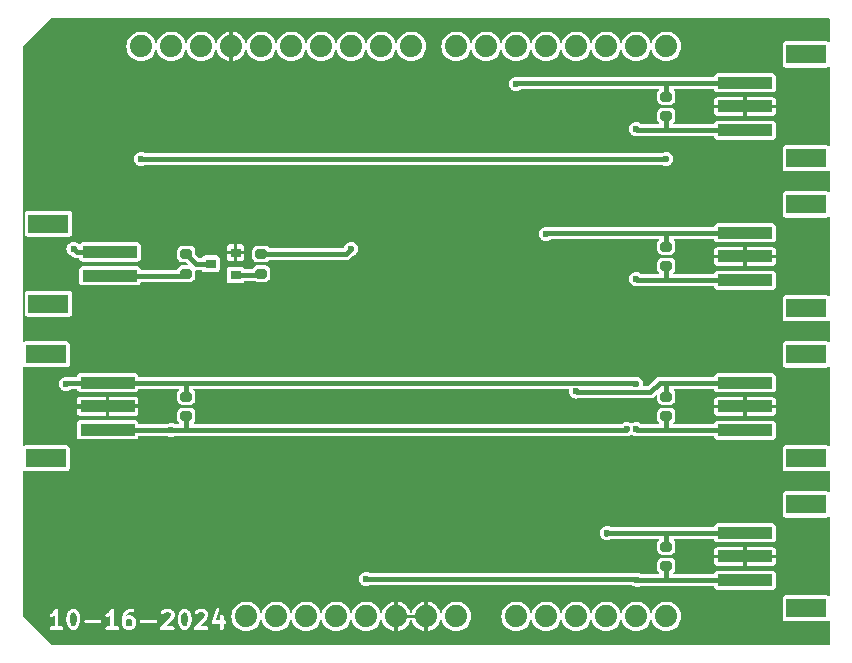
<source format=gtl>
%TF.GenerationSoftware,KiCad,Pcbnew,8.0.5*%
%TF.CreationDate,2024-10-24T20:07:57-06:00*%
%TF.ProjectId,Diorama_Controller,44696f72-616d-4615-9f43-6f6e74726f6c,v10*%
%TF.SameCoordinates,Original*%
%TF.FileFunction,Copper,L1,Top*%
%TF.FilePolarity,Positive*%
%FSLAX46Y46*%
G04 Gerber Fmt 4.6, Leading zero omitted, Abs format (unit mm)*
G04 Created by KiCad (PCBNEW 8.0.5) date 2024-10-24 20:07:57*
%MOMM*%
%LPD*%
G01*
G04 APERTURE LIST*
G04 Aperture macros list*
%AMRoundRect*
0 Rectangle with rounded corners*
0 $1 Rounding radius*
0 $2 $3 $4 $5 $6 $7 $8 $9 X,Y pos of 4 corners*
0 Add a 4 corners polygon primitive as box body*
4,1,4,$2,$3,$4,$5,$6,$7,$8,$9,$2,$3,0*
0 Add four circle primitives for the rounded corners*
1,1,$1+$1,$2,$3*
1,1,$1+$1,$4,$5*
1,1,$1+$1,$6,$7*
1,1,$1+$1,$8,$9*
0 Add four rect primitives between the rounded corners*
20,1,$1+$1,$2,$3,$4,$5,0*
20,1,$1+$1,$4,$5,$6,$7,0*
20,1,$1+$1,$6,$7,$8,$9,0*
20,1,$1+$1,$8,$9,$2,$3,0*%
G04 Aperture macros list end*
%ADD10C,0.300000*%
%TA.AperFunction,SMDPad,CuDef*%
%ADD11RoundRect,0.200000X-0.275000X0.200000X-0.275000X-0.200000X0.275000X-0.200000X0.275000X0.200000X0*%
%TD*%
%TA.AperFunction,SMDPad,CuDef*%
%ADD12R,0.900000X0.800000*%
%TD*%
%TA.AperFunction,SMDPad,CuDef*%
%ADD13R,4.600000X1.000000*%
%TD*%
%TA.AperFunction,SMDPad,CuDef*%
%ADD14R,3.400000X1.600000*%
%TD*%
%TA.AperFunction,SMDPad,CuDef*%
%ADD15RoundRect,0.200000X0.275000X-0.200000X0.275000X0.200000X-0.275000X0.200000X-0.275000X-0.200000X0*%
%TD*%
%TA.AperFunction,ComponentPad*%
%ADD16C,1.879600*%
%TD*%
%TA.AperFunction,ViaPad*%
%ADD17C,0.600000*%
%TD*%
%TA.AperFunction,Conductor*%
%ADD18C,0.406400*%
%TD*%
G04 APERTURE END LIST*
D10*
G36*
X4539362Y2849465D02*
G01*
X4576366Y2812461D01*
X4629544Y2706103D01*
X4692501Y2454279D01*
X4692501Y2134065D01*
X4629544Y1882241D01*
X4576365Y1775883D01*
X4539360Y1738878D01*
X4449948Y1694172D01*
X4377911Y1694172D01*
X4288497Y1738879D01*
X4251493Y1775883D01*
X4198312Y1882243D01*
X4135358Y2134064D01*
X4135358Y2454280D01*
X4198312Y2706102D01*
X4251493Y2812462D01*
X4288497Y2849465D01*
X4377911Y2894172D01*
X4449948Y2894172D01*
X4539362Y2849465D01*
G37*
G36*
X9325075Y2278037D02*
G01*
X9362078Y2241033D01*
X9406786Y2151619D01*
X9406786Y1865297D01*
X9362078Y1775883D01*
X9325075Y1738879D01*
X9235662Y1694172D01*
X9020767Y1694172D01*
X8931353Y1738879D01*
X8894348Y1775884D01*
X8849643Y1865296D01*
X8849643Y2151620D01*
X8894348Y2241032D01*
X8931353Y2278037D01*
X9020767Y2322743D01*
X9235662Y2322743D01*
X9325075Y2278037D01*
G37*
G36*
X13967932Y2849465D02*
G01*
X14004936Y2812461D01*
X14058114Y2706103D01*
X14121071Y2454279D01*
X14121071Y2134065D01*
X14058114Y1882241D01*
X14004935Y1775883D01*
X13967930Y1738878D01*
X13878518Y1694172D01*
X13806481Y1694172D01*
X13717067Y1738879D01*
X13680063Y1775883D01*
X13626882Y1882243D01*
X13563928Y2134064D01*
X13563928Y2454280D01*
X13626882Y2706102D01*
X13680063Y2812462D01*
X13717067Y2849465D01*
X13806481Y2894172D01*
X13878518Y2894172D01*
X13967932Y2849465D01*
G37*
G36*
X17513426Y1227505D02*
G01*
X2241298Y1227505D01*
X2241298Y2634361D01*
X2407965Y2634361D01*
X2412114Y2575981D01*
X2438288Y2523632D01*
X2482503Y2485285D01*
X2538026Y2466778D01*
X2596406Y2470927D01*
X2623869Y2481436D01*
X2766726Y2552865D01*
X2779319Y2560793D01*
X2782979Y2562308D01*
X2787098Y2565690D01*
X2791612Y2568530D01*
X2794208Y2571524D01*
X2805710Y2580963D01*
X2835358Y2610611D01*
X2835358Y1694172D01*
X2556787Y1694172D01*
X2527523Y1691290D01*
X2473451Y1668892D01*
X2432067Y1627508D01*
X2409669Y1573436D01*
X2409669Y1514908D01*
X2432067Y1460836D01*
X2473451Y1419452D01*
X2527523Y1397054D01*
X2556787Y1394172D01*
X3413930Y1394172D01*
X3443194Y1397054D01*
X3497266Y1419452D01*
X3538650Y1460836D01*
X3561048Y1514908D01*
X3561048Y1573436D01*
X3538650Y1627508D01*
X3497266Y1668892D01*
X3443194Y1691290D01*
X3413930Y1694172D01*
X3135358Y1694172D01*
X3135358Y2472743D01*
X3835358Y2472743D01*
X3835358Y2115600D01*
X3835860Y2110497D01*
X3835535Y2108309D01*
X3837154Y2097359D01*
X3838240Y2086336D01*
X3839087Y2084292D01*
X3839837Y2079220D01*
X3911265Y1793506D01*
X3912036Y1791348D01*
X3912113Y1790267D01*
X3916771Y1778093D01*
X3921158Y1765815D01*
X3921802Y1764945D01*
X3922622Y1762804D01*
X3994051Y1619947D01*
X4001978Y1607354D01*
X4003494Y1603694D01*
X4006875Y1599575D01*
X4009716Y1595061D01*
X4012709Y1592465D01*
X4022149Y1580963D01*
X4093578Y1509534D01*
X4105082Y1500093D01*
X4107677Y1497101D01*
X4112186Y1494263D01*
X4116309Y1490879D01*
X4119970Y1489363D01*
X4132562Y1481436D01*
X4275420Y1410008D01*
X4302883Y1399498D01*
X4308258Y1399117D01*
X4313237Y1397054D01*
X4342501Y1394172D01*
X4485358Y1394172D01*
X4514622Y1397054D01*
X4519600Y1399117D01*
X4524976Y1399498D01*
X4552440Y1410008D01*
X4695297Y1481436D01*
X4707890Y1489364D01*
X4711550Y1490879D01*
X4715669Y1494261D01*
X4720183Y1497101D01*
X4722779Y1500095D01*
X4734281Y1509534D01*
X4805710Y1580963D01*
X4815151Y1592468D01*
X4818143Y1595062D01*
X4820981Y1599572D01*
X4824365Y1603694D01*
X4825881Y1607356D01*
X4833808Y1619947D01*
X4905236Y1762805D01*
X4906053Y1764942D01*
X4906700Y1765814D01*
X4911089Y1778101D01*
X4915746Y1790268D01*
X4915822Y1791350D01*
X4916593Y1793505D01*
X4988022Y2079219D01*
X4988772Y2084292D01*
X4989619Y2086336D01*
X4990704Y2097356D01*
X4992324Y2108308D01*
X4991998Y2110497D01*
X4992501Y2115600D01*
X4992501Y2144864D01*
X5338239Y2144864D01*
X5338239Y2086336D01*
X5360637Y2032264D01*
X5402021Y1990880D01*
X5456093Y1968482D01*
X5485357Y1965600D01*
X6628215Y1965600D01*
X6657479Y1968482D01*
X6711551Y1990880D01*
X6752935Y2032264D01*
X6775333Y2086336D01*
X6775333Y2144864D01*
X6752935Y2198936D01*
X6711551Y2240320D01*
X6657479Y2262718D01*
X6628215Y2265600D01*
X5485357Y2265600D01*
X5456093Y2262718D01*
X5402021Y2240320D01*
X5360637Y2198936D01*
X5338239Y2144864D01*
X4992501Y2144864D01*
X4992501Y2472743D01*
X4991998Y2477847D01*
X4992324Y2480035D01*
X4990704Y2490988D01*
X4989619Y2502007D01*
X4988772Y2504052D01*
X4988022Y2509124D01*
X4956713Y2634361D01*
X7122250Y2634361D01*
X7126399Y2575981D01*
X7152573Y2523632D01*
X7196788Y2485285D01*
X7252311Y2466778D01*
X7310691Y2470927D01*
X7338154Y2481436D01*
X7481011Y2552865D01*
X7493604Y2560793D01*
X7497264Y2562308D01*
X7501383Y2565690D01*
X7505897Y2568530D01*
X7508493Y2571524D01*
X7519995Y2580963D01*
X7549643Y2610611D01*
X7549643Y1694172D01*
X7271072Y1694172D01*
X7241808Y1691290D01*
X7187736Y1668892D01*
X7146352Y1627508D01*
X7123954Y1573436D01*
X7123954Y1514908D01*
X7146352Y1460836D01*
X7187736Y1419452D01*
X7241808Y1397054D01*
X7271072Y1394172D01*
X8128215Y1394172D01*
X8157479Y1397054D01*
X8211551Y1419452D01*
X8252935Y1460836D01*
X8275333Y1514908D01*
X8275333Y1573436D01*
X8252935Y1627508D01*
X8211551Y1668892D01*
X8157479Y1691290D01*
X8128215Y1694172D01*
X7849643Y1694172D01*
X7849643Y2401315D01*
X8549643Y2401315D01*
X8549643Y1829886D01*
X8552525Y1800622D01*
X8554587Y1795644D01*
X8554969Y1790268D01*
X8565479Y1762804D01*
X8636907Y1619947D01*
X8644834Y1607354D01*
X8646350Y1603694D01*
X8649731Y1599575D01*
X8652572Y1595061D01*
X8655565Y1592465D01*
X8665005Y1580963D01*
X8736434Y1509534D01*
X8747938Y1500093D01*
X8750533Y1497101D01*
X8755042Y1494263D01*
X8759165Y1490879D01*
X8762826Y1489363D01*
X8775418Y1481436D01*
X8918276Y1410008D01*
X8945739Y1399498D01*
X8951114Y1399117D01*
X8956093Y1397054D01*
X8985357Y1394172D01*
X9271071Y1394172D01*
X9300335Y1397054D01*
X9305313Y1399117D01*
X9310689Y1399498D01*
X9338152Y1410008D01*
X9481011Y1481436D01*
X9493605Y1489365D01*
X9497265Y1490880D01*
X9501385Y1494262D01*
X9505896Y1497101D01*
X9508490Y1500093D01*
X9519996Y1509535D01*
X9583895Y1573435D01*
X11766810Y1573435D01*
X11766810Y1514909D01*
X11789207Y1460837D01*
X11830593Y1419451D01*
X11853391Y1410008D01*
X11884664Y1397054D01*
X11913928Y1394172D01*
X12842500Y1394172D01*
X12871764Y1397054D01*
X12925836Y1419452D01*
X12967220Y1460836D01*
X12989618Y1514908D01*
X12989618Y1573436D01*
X12967220Y1627508D01*
X12925836Y1668892D01*
X12871764Y1691290D01*
X12842500Y1694172D01*
X12276060Y1694172D01*
X12877137Y2295249D01*
X12895792Y2317979D01*
X12897855Y2322961D01*
X12901385Y2327030D01*
X12913373Y2353880D01*
X12952994Y2472743D01*
X13263928Y2472743D01*
X13263928Y2115600D01*
X13264430Y2110497D01*
X13264105Y2108309D01*
X13265724Y2097359D01*
X13266810Y2086336D01*
X13267657Y2084292D01*
X13268407Y2079220D01*
X13339835Y1793506D01*
X13340606Y1791348D01*
X13340683Y1790267D01*
X13345341Y1778093D01*
X13349728Y1765815D01*
X13350372Y1764945D01*
X13351192Y1762804D01*
X13422621Y1619947D01*
X13430548Y1607354D01*
X13432064Y1603694D01*
X13435445Y1599575D01*
X13438286Y1595061D01*
X13441279Y1592465D01*
X13450719Y1580963D01*
X13522148Y1509534D01*
X13533652Y1500093D01*
X13536247Y1497101D01*
X13540756Y1494263D01*
X13544879Y1490879D01*
X13548540Y1489363D01*
X13561132Y1481436D01*
X13703990Y1410008D01*
X13731453Y1399498D01*
X13736828Y1399117D01*
X13741807Y1397054D01*
X13771071Y1394172D01*
X13913928Y1394172D01*
X13943192Y1397054D01*
X13948170Y1399117D01*
X13953546Y1399498D01*
X13981010Y1410008D01*
X14123867Y1481436D01*
X14136460Y1489364D01*
X14140120Y1490879D01*
X14144239Y1494261D01*
X14148753Y1497101D01*
X14151349Y1500095D01*
X14162851Y1509534D01*
X14226752Y1573435D01*
X14623952Y1573435D01*
X14623952Y1514909D01*
X14646349Y1460837D01*
X14687735Y1419451D01*
X14710533Y1410008D01*
X14741806Y1397054D01*
X14771070Y1394172D01*
X15699642Y1394172D01*
X15728906Y1397054D01*
X15782978Y1419452D01*
X15824362Y1460836D01*
X15846760Y1514908D01*
X15846760Y1573436D01*
X15824362Y1627508D01*
X15782978Y1668892D01*
X15728906Y1691290D01*
X15699642Y1694172D01*
X15133202Y1694172D01*
X15501963Y2062933D01*
X16122248Y2062933D01*
X16123952Y2038956D01*
X16123952Y2014908D01*
X16126014Y2009928D01*
X16126397Y2004552D01*
X16137149Y1983048D01*
X16146350Y1960836D01*
X16150160Y1957026D01*
X16152571Y1952205D01*
X16170732Y1936454D01*
X16187734Y1919452D01*
X16192713Y1917390D01*
X16196785Y1913858D01*
X16219591Y1906256D01*
X16241806Y1897054D01*
X16249457Y1896301D01*
X16252309Y1895350D01*
X16256258Y1895631D01*
X16271070Y1894172D01*
X16835356Y1894172D01*
X16835356Y1544172D01*
X16838238Y1514908D01*
X16860636Y1460836D01*
X16902020Y1419452D01*
X16956092Y1397054D01*
X17014620Y1397054D01*
X17068692Y1419452D01*
X17110076Y1460836D01*
X17132474Y1514908D01*
X17135356Y1544172D01*
X17135356Y1894172D01*
X17199641Y1894172D01*
X17228905Y1897054D01*
X17282977Y1919452D01*
X17324361Y1960836D01*
X17346759Y2014908D01*
X17346759Y2073436D01*
X17324361Y2127508D01*
X17282977Y2168892D01*
X17228905Y2191290D01*
X17199641Y2194172D01*
X17135356Y2194172D01*
X17135356Y2544172D01*
X17132474Y2573436D01*
X17110076Y2627508D01*
X17068692Y2668892D01*
X17014620Y2691290D01*
X16956092Y2691290D01*
X16902020Y2668892D01*
X16860636Y2627508D01*
X16838238Y2573436D01*
X16835356Y2544172D01*
X16835356Y2194172D01*
X16479183Y2194172D01*
X16770515Y3068165D01*
X16777035Y3096839D01*
X16772886Y3155219D01*
X16746712Y3207566D01*
X16702498Y3245914D01*
X16646973Y3264422D01*
X16588593Y3260273D01*
X16536246Y3234099D01*
X16497899Y3189885D01*
X16485910Y3163034D01*
X16128768Y2091606D01*
X16125469Y2077099D01*
X16123952Y2073436D01*
X16123952Y2070427D01*
X16122248Y2062933D01*
X15501963Y2062933D01*
X15734279Y2295249D01*
X15752934Y2317979D01*
X15754997Y2322961D01*
X15758527Y2327030D01*
X15770515Y2353880D01*
X15841944Y2568165D01*
X15845243Y2582675D01*
X15846760Y2586336D01*
X15847282Y2591645D01*
X15848464Y2596839D01*
X15848183Y2600789D01*
X15849642Y2615600D01*
X15849642Y2758458D01*
X15846760Y2787722D01*
X15844696Y2792703D01*
X15844315Y2798077D01*
X15833806Y2825541D01*
X15762377Y2968397D01*
X15754450Y2980989D01*
X15752934Y2984651D01*
X15749550Y2988774D01*
X15746712Y2993283D01*
X15743719Y2995879D01*
X15734279Y3007381D01*
X15662851Y3078809D01*
X15651349Y3088249D01*
X15648753Y3091242D01*
X15644239Y3094083D01*
X15640120Y3097464D01*
X15636460Y3098980D01*
X15623867Y3106907D01*
X15481009Y3178336D01*
X15453546Y3188846D01*
X15448168Y3189229D01*
X15443191Y3191290D01*
X15413927Y3194172D01*
X15056785Y3194172D01*
X15027521Y3191290D01*
X15022543Y3189229D01*
X15017166Y3188846D01*
X14989703Y3178336D01*
X14846845Y3106907D01*
X14834253Y3098981D01*
X14830591Y3097464D01*
X14826468Y3094081D01*
X14821959Y3091242D01*
X14819363Y3088250D01*
X14807861Y3078809D01*
X14736433Y3007381D01*
X14717778Y2984650D01*
X14695381Y2930578D01*
X14695381Y2872052D01*
X14717778Y2817980D01*
X14759164Y2776594D01*
X14813236Y2754197D01*
X14871762Y2754197D01*
X14925834Y2776594D01*
X14948565Y2795249D01*
X15002781Y2849465D01*
X15092195Y2894172D01*
X15378517Y2894172D01*
X15467931Y2849465D01*
X15504935Y2812461D01*
X15549642Y2723048D01*
X15549642Y2639941D01*
X15497108Y2482343D01*
X14665004Y1650238D01*
X14646349Y1627507D01*
X14633646Y1596838D01*
X14627071Y1580964D01*
X14623952Y1573435D01*
X14226752Y1573435D01*
X14234280Y1580963D01*
X14243721Y1592468D01*
X14246713Y1595062D01*
X14249551Y1599572D01*
X14252935Y1603694D01*
X14254451Y1607356D01*
X14262378Y1619947D01*
X14333806Y1762805D01*
X14334623Y1764942D01*
X14335270Y1765814D01*
X14339659Y1778101D01*
X14344316Y1790268D01*
X14344392Y1791350D01*
X14345163Y1793505D01*
X14416592Y2079219D01*
X14417342Y2084292D01*
X14418189Y2086336D01*
X14419274Y2097356D01*
X14420894Y2108308D01*
X14420568Y2110497D01*
X14421071Y2115600D01*
X14421071Y2472743D01*
X14420568Y2477847D01*
X14420894Y2480035D01*
X14419274Y2490988D01*
X14418189Y2502007D01*
X14417342Y2504052D01*
X14416592Y2509124D01*
X14345163Y2794838D01*
X14344392Y2796994D01*
X14344316Y2798076D01*
X14339656Y2810251D01*
X14335270Y2822530D01*
X14334623Y2823403D01*
X14333806Y2825539D01*
X14262378Y2968397D01*
X14254449Y2980992D01*
X14252934Y2984651D01*
X14249552Y2988772D01*
X14246713Y2993282D01*
X14243721Y2995877D01*
X14234279Y3007382D01*
X14162850Y3078810D01*
X14151350Y3088248D01*
X14148753Y3091242D01*
X14144236Y3094085D01*
X14140119Y3097464D01*
X14136462Y3098979D01*
X14123867Y3106907D01*
X13981010Y3178336D01*
X13953547Y3188845D01*
X13948172Y3189227D01*
X13943192Y3191290D01*
X13913928Y3194172D01*
X13771071Y3194172D01*
X13741807Y3191290D01*
X13736826Y3189227D01*
X13731452Y3188845D01*
X13703988Y3178336D01*
X13561132Y3106907D01*
X13548538Y3098980D01*
X13544879Y3097464D01*
X13540758Y3094083D01*
X13536246Y3091242D01*
X13533649Y3088249D01*
X13522149Y3078810D01*
X13450720Y3007382D01*
X13441280Y2995880D01*
X13438286Y2993283D01*
X13435444Y2988769D01*
X13432065Y2984651D01*
X13430549Y2980993D01*
X13422621Y2968397D01*
X13351192Y2825540D01*
X13350372Y2823400D01*
X13349728Y2822529D01*
X13345341Y2810252D01*
X13340683Y2798077D01*
X13340606Y2796997D01*
X13339835Y2794838D01*
X13268407Y2509123D01*
X13267657Y2504052D01*
X13266810Y2502007D01*
X13265724Y2490985D01*
X13264105Y2480034D01*
X13264430Y2477847D01*
X13263928Y2472743D01*
X12952994Y2472743D01*
X12984802Y2568165D01*
X12988101Y2582675D01*
X12989618Y2586336D01*
X12990140Y2591645D01*
X12991322Y2596839D01*
X12991041Y2600789D01*
X12992500Y2615600D01*
X12992500Y2758458D01*
X12989618Y2787722D01*
X12987554Y2792703D01*
X12987173Y2798077D01*
X12976664Y2825541D01*
X12905235Y2968397D01*
X12897308Y2980989D01*
X12895792Y2984651D01*
X12892408Y2988774D01*
X12889570Y2993283D01*
X12886577Y2995879D01*
X12877137Y3007381D01*
X12805709Y3078809D01*
X12794207Y3088249D01*
X12791611Y3091242D01*
X12787097Y3094083D01*
X12782978Y3097464D01*
X12779318Y3098980D01*
X12766725Y3106907D01*
X12623867Y3178336D01*
X12596404Y3188846D01*
X12591026Y3189229D01*
X12586049Y3191290D01*
X12556785Y3194172D01*
X12199643Y3194172D01*
X12170379Y3191290D01*
X12165401Y3189229D01*
X12160024Y3188846D01*
X12132561Y3178336D01*
X11989703Y3106907D01*
X11977111Y3098981D01*
X11973449Y3097464D01*
X11969326Y3094081D01*
X11964817Y3091242D01*
X11962221Y3088250D01*
X11950719Y3078809D01*
X11879291Y3007381D01*
X11860636Y2984650D01*
X11838239Y2930578D01*
X11838239Y2872052D01*
X11860636Y2817980D01*
X11902022Y2776594D01*
X11956094Y2754197D01*
X12014620Y2754197D01*
X12068692Y2776594D01*
X12091423Y2795249D01*
X12145639Y2849465D01*
X12235053Y2894172D01*
X12521375Y2894172D01*
X12610789Y2849465D01*
X12647793Y2812461D01*
X12692500Y2723048D01*
X12692500Y2639941D01*
X12639966Y2482343D01*
X11807862Y1650238D01*
X11789207Y1627507D01*
X11776504Y1596838D01*
X11769929Y1580964D01*
X11766810Y1573435D01*
X9583895Y1573435D01*
X9591424Y1580964D01*
X9600862Y1592465D01*
X9603856Y1595061D01*
X9606696Y1599574D01*
X9610078Y1603694D01*
X9611593Y1607354D01*
X9619521Y1619947D01*
X9690950Y1762803D01*
X9701459Y1790267D01*
X9701840Y1795642D01*
X9703904Y1800622D01*
X9706786Y1829886D01*
X9706786Y2144864D01*
X10052524Y2144864D01*
X10052524Y2086336D01*
X10074922Y2032264D01*
X10116306Y1990880D01*
X10170378Y1968482D01*
X10199642Y1965600D01*
X11342500Y1965600D01*
X11371764Y1968482D01*
X11425836Y1990880D01*
X11467220Y2032264D01*
X11489618Y2086336D01*
X11489618Y2144864D01*
X11467220Y2198936D01*
X11425836Y2240320D01*
X11371764Y2262718D01*
X11342500Y2265600D01*
X10199642Y2265600D01*
X10170378Y2262718D01*
X10116306Y2240320D01*
X10074922Y2198936D01*
X10052524Y2144864D01*
X9706786Y2144864D01*
X9706786Y2187029D01*
X9703904Y2216293D01*
X9701840Y2221274D01*
X9701459Y2226648D01*
X9690950Y2254112D01*
X9619521Y2396968D01*
X9611593Y2409562D01*
X9610078Y2413221D01*
X9606696Y2417342D01*
X9603856Y2421854D01*
X9600862Y2424451D01*
X9591424Y2435951D01*
X9519996Y2507380D01*
X9508490Y2516823D01*
X9505896Y2519814D01*
X9501385Y2522654D01*
X9497265Y2526035D01*
X9493605Y2527551D01*
X9481011Y2535479D01*
X9338152Y2606907D01*
X9310689Y2617417D01*
X9305313Y2617799D01*
X9300335Y2619861D01*
X9271071Y2622743D01*
X8985357Y2622743D01*
X8956093Y2619861D01*
X8951114Y2617799D01*
X8945739Y2617417D01*
X8918276Y2606907D01*
X8903853Y2599697D01*
X8910290Y2625443D01*
X9030495Y2805750D01*
X9074211Y2849466D01*
X9163624Y2894172D01*
X9413929Y2894172D01*
X9443193Y2897054D01*
X9497265Y2919452D01*
X9538649Y2960836D01*
X9561047Y3014908D01*
X9561047Y3073436D01*
X9538649Y3127508D01*
X9497265Y3168892D01*
X9443193Y3191290D01*
X9413929Y3194172D01*
X9128214Y3194172D01*
X9098950Y3191290D01*
X9093969Y3189227D01*
X9088595Y3188845D01*
X9061131Y3178336D01*
X8918275Y3106907D01*
X8905683Y3098981D01*
X8902021Y3097464D01*
X8897898Y3094081D01*
X8893389Y3091242D01*
X8890793Y3088250D01*
X8879291Y3078809D01*
X8807863Y3007381D01*
X8807798Y3007302D01*
X8807752Y3007271D01*
X8798429Y2995886D01*
X8789208Y2984650D01*
X8789187Y2984600D01*
X8789122Y2984520D01*
X8646264Y2770234D01*
X8637649Y2754079D01*
X8635443Y2751100D01*
X8634186Y2747584D01*
X8632429Y2744287D01*
X8631709Y2740650D01*
X8625550Y2723409D01*
X8554122Y2437695D01*
X8553372Y2432624D01*
X8552525Y2430579D01*
X8551439Y2419557D01*
X8549820Y2408606D01*
X8550145Y2406419D01*
X8549643Y2401315D01*
X7849643Y2401315D01*
X7849643Y3044172D01*
X7849632Y3044278D01*
X7849643Y3044330D01*
X7849612Y3044484D01*
X7846761Y3073436D01*
X7841077Y3087157D01*
X7838165Y3101719D01*
X7829986Y3113932D01*
X7824363Y3127508D01*
X7813864Y3138007D01*
X7805599Y3150349D01*
X7793368Y3158503D01*
X7782979Y3168892D01*
X7769260Y3174575D01*
X7756900Y3182815D01*
X7742481Y3185668D01*
X7728907Y3191290D01*
X7714056Y3191290D01*
X7699486Y3194172D01*
X7685076Y3191290D01*
X7670379Y3191290D01*
X7656657Y3185607D01*
X7642096Y3182694D01*
X7629883Y3174516D01*
X7616307Y3168892D01*
X7605808Y3158394D01*
X7593466Y3150128D01*
X7575034Y3127620D01*
X7574923Y3127508D01*
X7574902Y3127458D01*
X7574836Y3127377D01*
X7440216Y2925449D01*
X7325075Y2810308D01*
X7203990Y2749764D01*
X7179104Y2734099D01*
X7140757Y2689884D01*
X7122250Y2634361D01*
X4956713Y2634361D01*
X4916593Y2794838D01*
X4915822Y2796994D01*
X4915746Y2798076D01*
X4911086Y2810251D01*
X4906700Y2822530D01*
X4906053Y2823403D01*
X4905236Y2825539D01*
X4833808Y2968397D01*
X4825879Y2980992D01*
X4824364Y2984651D01*
X4820982Y2988772D01*
X4818143Y2993282D01*
X4815151Y2995877D01*
X4805709Y3007382D01*
X4734280Y3078810D01*
X4722780Y3088248D01*
X4720183Y3091242D01*
X4715666Y3094085D01*
X4711549Y3097464D01*
X4707892Y3098979D01*
X4695297Y3106907D01*
X4552440Y3178336D01*
X4524977Y3188845D01*
X4519602Y3189227D01*
X4514622Y3191290D01*
X4485358Y3194172D01*
X4342501Y3194172D01*
X4313237Y3191290D01*
X4308256Y3189227D01*
X4302882Y3188845D01*
X4275418Y3178336D01*
X4132562Y3106907D01*
X4119968Y3098980D01*
X4116309Y3097464D01*
X4112188Y3094083D01*
X4107676Y3091242D01*
X4105079Y3088249D01*
X4093579Y3078810D01*
X4022150Y3007382D01*
X4012710Y2995880D01*
X4009716Y2993283D01*
X4006874Y2988769D01*
X4003495Y2984651D01*
X4001979Y2980993D01*
X3994051Y2968397D01*
X3922622Y2825540D01*
X3921802Y2823400D01*
X3921158Y2822529D01*
X3916771Y2810252D01*
X3912113Y2798077D01*
X3912036Y2796997D01*
X3911265Y2794838D01*
X3839837Y2509123D01*
X3839087Y2504052D01*
X3838240Y2502007D01*
X3837154Y2490985D01*
X3835535Y2480034D01*
X3835860Y2477847D01*
X3835358Y2472743D01*
X3135358Y2472743D01*
X3135358Y3044172D01*
X3135347Y3044278D01*
X3135358Y3044330D01*
X3135327Y3044484D01*
X3132476Y3073436D01*
X3126792Y3087157D01*
X3123880Y3101719D01*
X3115701Y3113932D01*
X3110078Y3127508D01*
X3099579Y3138007D01*
X3091314Y3150349D01*
X3079083Y3158503D01*
X3068694Y3168892D01*
X3054975Y3174575D01*
X3042615Y3182815D01*
X3028196Y3185668D01*
X3014622Y3191290D01*
X2999771Y3191290D01*
X2985201Y3194172D01*
X2970791Y3191290D01*
X2956094Y3191290D01*
X2942372Y3185607D01*
X2927811Y3182694D01*
X2915598Y3174516D01*
X2902022Y3168892D01*
X2891523Y3158394D01*
X2879181Y3150128D01*
X2860749Y3127620D01*
X2860638Y3127508D01*
X2860617Y3127458D01*
X2860551Y3127377D01*
X2725931Y2925449D01*
X2610790Y2810308D01*
X2489705Y2749764D01*
X2464819Y2734099D01*
X2426472Y2689884D01*
X2407965Y2634361D01*
X2241298Y2634361D01*
X2241298Y3431089D01*
X17513426Y3431089D01*
X17513426Y1227505D01*
G37*
D11*
%TO.P,R8,1*%
%TO.N,Net-(Q1-C)*%
X13970000Y33210000D03*
%TO.P,R8,2*%
%TO.N,Net-(J5--)*%
X13970000Y31560000D03*
%TD*%
D12*
%TO.P,Q1,1,B*%
%TO.N,Net-(Q1-B)*%
X18145000Y31435000D03*
%TO.P,Q1,2,E*%
%TO.N,GND*%
X18145000Y33335000D03*
%TO.P,Q1,3,C*%
%TO.N,Net-(Q1-C)*%
X16045000Y32385000D03*
%TD*%
D13*
%TO.P,J6,1,1*%
%TO.N,BTN5*%
X7310000Y18330000D03*
%TO.P,J6,2,2*%
%TO.N,GND*%
X7310000Y20330000D03*
%TO.P,J6,3,3*%
%TO.N,5V*%
X7310000Y22330000D03*
D14*
%TO.P,J6,NC1*%
%TO.N,N/C*%
X2110000Y15930000D03*
%TO.P,J6,NC2*%
X2110000Y24730000D03*
%TD*%
D13*
%TO.P,J5,1,-*%
%TO.N,Net-(J5--)*%
X7510000Y31385000D03*
%TO.P,J5,2,+*%
%TO.N,5V*%
X7510000Y33385000D03*
D14*
%TO.P,J5,NC1,NC1*%
%TO.N,unconnected-(J5-PadNC1)*%
X2310000Y28985000D03*
%TO.P,J5,NC2,NC2*%
%TO.N,unconnected-(J5-PadNC2)*%
X2310000Y35785000D03*
%TD*%
D13*
%TO.P,J4,1,1*%
%TO.N,BTN4*%
X61270000Y9610000D03*
%TO.P,J4,2,2*%
%TO.N,GND*%
X61270000Y7610000D03*
%TO.P,J4,3,3*%
%TO.N,5V*%
X61270000Y5610000D03*
D14*
%TO.P,J4,NC1*%
%TO.N,N/C*%
X66470000Y12010000D03*
%TO.P,J4,NC2*%
X66470000Y3210000D03*
%TD*%
D13*
%TO.P,J3,1,1*%
%TO.N,BTN3*%
X61270000Y22310000D03*
%TO.P,J3,2,2*%
%TO.N,GND*%
X61270000Y20310000D03*
%TO.P,J3,3,3*%
%TO.N,5V*%
X61270000Y18310000D03*
D14*
%TO.P,J3,NC1*%
%TO.N,N/C*%
X66470000Y24710000D03*
%TO.P,J3,NC2*%
X66470000Y15910000D03*
%TD*%
D13*
%TO.P,J2,1,1*%
%TO.N,BTN1*%
X61270000Y47710000D03*
%TO.P,J2,2,2*%
%TO.N,GND*%
X61270000Y45710000D03*
%TO.P,J2,3,3*%
%TO.N,5V*%
X61270000Y43710000D03*
D14*
%TO.P,J2,NC1*%
%TO.N,N/C*%
X66470000Y50110000D03*
%TO.P,J2,NC2*%
X66470000Y41310000D03*
%TD*%
D13*
%TO.P,J1,1,1*%
%TO.N,BTN2*%
X61270000Y35010000D03*
%TO.P,J1,2,2*%
%TO.N,GND*%
X61270000Y33010000D03*
%TO.P,J1,3,3*%
%TO.N,5V*%
X61270000Y31010000D03*
D14*
%TO.P,J1,NC1*%
%TO.N,N/C*%
X66470000Y37410000D03*
%TO.P,J1,NC2*%
X66470000Y28610000D03*
%TD*%
D11*
%TO.P,R3,1*%
%TO.N,BTN3*%
X54610000Y21145000D03*
%TO.P,R3,2*%
%TO.N,5V*%
X54610000Y19495000D03*
%TD*%
D15*
%TO.P,R7,1*%
%TO.N,Net-(Q1-B)*%
X20320000Y31560000D03*
%TO.P,R7,2*%
%TO.N,LED0*%
X20320000Y33210000D03*
%TD*%
D16*
%TO.P,B1,3.3V,3.3V*%
%TO.N,unconnected-(B1-Pad3.3V)*%
X26670000Y2540000D03*
%TO.P,B1,5V,5V*%
%TO.N,5V*%
X29210000Y2540000D03*
%TO.P,B1,A0,A0*%
%TO.N,BTN1*%
X41910000Y2540000D03*
%TO.P,B1,A1,A1*%
%TO.N,BTN2*%
X44450000Y2540000D03*
%TO.P,B1,A2,A2*%
%TO.N,BTN3*%
X46990000Y2540000D03*
%TO.P,B1,A3,A3*%
%TO.N,BTN4*%
X49530000Y2540000D03*
%TO.P,B1,A4/SDA,A4/SDA*%
%TO.N,BTN5*%
X12700000Y50800000D03*
X52070000Y2540000D03*
%TO.P,B1,A5/SCL,A5/SCL*%
%TO.N,unconnected-(B1-PadA5{slash}SCL)*%
X10160000Y50800000D03*
X54610000Y2540000D03*
%TO.P,B1,AREF,AREF*%
%TO.N,unconnected-(B1-PadAREF)*%
X15240000Y50800000D03*
%TO.P,B1,D0/TXO,D0/TXO*%
%TO.N,unconnected-(B1-PadD0{slash}TXO)*%
X54610000Y50800000D03*
%TO.P,B1,D1/RXI,D1/RXI*%
%TO.N,unconnected-(B1-PadD1{slash}RXI)*%
X52070000Y50800000D03*
%TO.P,B1,D2,D2*%
%TO.N,unconnected-(B1-PadD2)*%
X49530000Y50800000D03*
%TO.P,B1,D3,\u002AD3*%
%TO.N,unconnected-(B1-\u002AD3-PadD3)*%
X46990000Y50800000D03*
%TO.P,B1,D4,D4*%
%TO.N,unconnected-(B1-PadD4)*%
X44450000Y50800000D03*
%TO.P,B1,D5,\u002AD5*%
%TO.N,unconnected-(B1-\u002AD5-PadD5)*%
X41910000Y50800000D03*
%TO.P,B1,D6,\u002AD6*%
%TO.N,unconnected-(B1-\u002AD6-PadD6)*%
X39370000Y50800000D03*
%TO.P,B1,D7,D7*%
%TO.N,unconnected-(B1-PadD7)*%
X36830000Y50800000D03*
%TO.P,B1,D8,D8*%
%TO.N,unconnected-(B1-PadD8)*%
X33020000Y50800000D03*
%TO.P,B1,D9,\u002AD9*%
%TO.N,unconnected-(B1-\u002AD9-PadD9)*%
X30480000Y50800000D03*
%TO.P,B1,D10,\u002AD10*%
%TO.N,LED0*%
X27940000Y50800000D03*
%TO.P,B1,D11,\u002AD11/PICO*%
%TO.N,unconnected-(B1-\u002AD11{slash}PICO-PadD11)*%
X25400000Y50800000D03*
%TO.P,B1,D12,D12/POCI*%
%TO.N,unconnected-(B1-D12{slash}POCI-PadD12)*%
X22860000Y50800000D03*
%TO.P,B1,D13,D13/SCK*%
%TO.N,unconnected-(B1-D13{slash}SCK-PadD13)*%
X20320000Y50800000D03*
%TO.P,B1,GND,GND*%
%TO.N,GND*%
X17780000Y50800000D03*
X34290000Y2540000D03*
X31750000Y2540000D03*
%TO.P,B1,IOREF,IOREF*%
%TO.N,unconnected-(B1-PadIOREF)*%
X21590000Y2540000D03*
%TO.P,B1,NC,NC*%
%TO.N,unconnected-(B1-PadNC)*%
X19050000Y2540000D03*
%TO.P,B1,VIN,VIN*%
%TO.N,unconnected-(B1-PadVIN)*%
X36830000Y2540000D03*
%TO.P,B1,~{RESET},~{RESET}*%
%TO.N,unconnected-(B1-Pad~{RESET})*%
X24130000Y2540000D03*
%TD*%
D11*
%TO.P,R1,1*%
%TO.N,BTN1*%
X54610000Y46545000D03*
%TO.P,R1,2*%
%TO.N,5V*%
X54610000Y44895000D03*
%TD*%
%TO.P,R4,1*%
%TO.N,BTN4*%
X54610000Y8445000D03*
%TO.P,R4,2*%
%TO.N,5V*%
X54610000Y6795000D03*
%TD*%
D15*
%TO.P,R5,1*%
%TO.N,BTN5*%
X13970000Y19495000D03*
%TO.P,R5,2*%
%TO.N,5V*%
X13970000Y21145000D03*
%TD*%
D11*
%TO.P,R2,1*%
%TO.N,BTN2*%
X54610000Y33845000D03*
%TO.P,R2,2*%
%TO.N,5V*%
X54610000Y32195000D03*
%TD*%
D17*
%TO.N,5V*%
X3810000Y22225000D03*
X4445000Y33655000D03*
%TO.N,GND*%
X64770000Y45720000D03*
X64770000Y7620000D03*
X64770000Y20320000D03*
X64770000Y33020000D03*
X3810000Y20320000D03*
%TO.N,5V*%
X29210000Y5715000D03*
%TO.N,LED0*%
X27940000Y33655000D03*
%TO.N,BTN5*%
X12700000Y18330000D03*
%TO.N,unconnected-(B1-PadA5{slash}SCL)*%
X10160000Y41275000D03*
X54610000Y41275000D03*
%TO.N,BTN5*%
X51266797Y18415000D03*
%TO.N,BTN1*%
X41910000Y47625000D03*
%TO.N,BTN2*%
X44450000Y34925000D03*
%TO.N,BTN3*%
X46990000Y21590000D03*
%TO.N,BTN4*%
X49615000Y9610000D03*
%TO.N,5V*%
X52175000Y5610000D03*
X52070000Y18415000D03*
X52070000Y31115000D03*
X52070000Y43815000D03*
X52070000Y22225000D03*
%TD*%
D18*
%TO.N,5V*%
X54610000Y44895000D02*
X54610000Y43710000D01*
X3915000Y22330000D02*
X3810000Y22225000D01*
X7310000Y22330000D02*
X3915000Y22330000D01*
X4715000Y33385000D02*
X4445000Y33655000D01*
X7510000Y33385000D02*
X4715000Y33385000D01*
%TO.N,GND*%
X3820000Y20330000D02*
X3810000Y20320000D01*
X7310000Y20330000D02*
X3820000Y20330000D01*
%TO.N,5V*%
X52070000Y5715000D02*
X52175000Y5610000D01*
X29210000Y5715000D02*
X52070000Y5715000D01*
X13970000Y21145000D02*
X13970000Y22330000D01*
X13970000Y22330000D02*
X51965000Y22330000D01*
X7310000Y22330000D02*
X13970000Y22330000D01*
%TO.N,BTN5*%
X13970000Y19495000D02*
X13970000Y18330000D01*
X13970000Y18330000D02*
X51181797Y18330000D01*
X12700000Y18330000D02*
X13970000Y18330000D01*
%TO.N,Net-(Q1-B)*%
X20195000Y31435000D02*
X20320000Y31560000D01*
X18145000Y31435000D02*
X20195000Y31435000D01*
%TO.N,Net-(Q1-C)*%
X14795000Y32385000D02*
X13970000Y33210000D01*
X16045000Y32385000D02*
X14795000Y32385000D01*
%TO.N,Net-(J5--)*%
X7510000Y31385000D02*
X13795000Y31385000D01*
X13795000Y31385000D02*
X13970000Y31560000D01*
%TO.N,LED0*%
X27495000Y33210000D02*
X27940000Y33655000D01*
X20320000Y33210000D02*
X27495000Y33210000D01*
%TO.N,BTN5*%
X7310000Y18330000D02*
X12700000Y18330000D01*
%TO.N,unconnected-(B1-PadA5{slash}SCL)*%
X54610000Y41275000D02*
X10160000Y41275000D01*
%TO.N,BTN5*%
X51181797Y18330000D02*
X51266797Y18415000D01*
%TO.N,5V*%
X54610000Y19495000D02*
X54610000Y18310000D01*
X54610000Y18310000D02*
X52175000Y18310000D01*
X61270000Y18310000D02*
X54610000Y18310000D01*
%TO.N,BTN1*%
X54610000Y46545000D02*
X54610000Y47710000D01*
X54610000Y47710000D02*
X41995000Y47710000D01*
X61270000Y47710000D02*
X54610000Y47710000D01*
X41995000Y47710000D02*
X41910000Y47625000D01*
%TO.N,BTN2*%
X54610000Y33845000D02*
X54610000Y35010000D01*
X54610000Y35010000D02*
X44535000Y35010000D01*
X61270000Y35010000D02*
X54610000Y35010000D01*
X44535000Y35010000D02*
X44450000Y34925000D01*
%TO.N,BTN3*%
X54610000Y21145000D02*
X54610000Y22310000D01*
X54610000Y22310000D02*
X54060000Y22310000D01*
X61270000Y22310000D02*
X54610000Y22310000D01*
X53268600Y21518600D02*
X47061400Y21518600D01*
X47061400Y21518600D02*
X46990000Y21590000D01*
X54060000Y22310000D02*
X53268600Y21518600D01*
%TO.N,BTN4*%
X54610000Y8445000D02*
X54610000Y9610000D01*
X54610000Y9610000D02*
X49615000Y9610000D01*
X61270000Y9610000D02*
X54610000Y9610000D01*
X49530000Y9525000D02*
X49615000Y9610000D01*
%TO.N,5V*%
X54610000Y6795000D02*
X54610000Y5610000D01*
X54610000Y5610000D02*
X52175000Y5610000D01*
X61270000Y5610000D02*
X54610000Y5610000D01*
X52175000Y18310000D02*
X52070000Y18415000D01*
X54610000Y32195000D02*
X54610000Y31010000D01*
X54610000Y31010000D02*
X52175000Y31010000D01*
X61270000Y31010000D02*
X54610000Y31010000D01*
X52175000Y31010000D02*
X52070000Y31115000D01*
X54610000Y43710000D02*
X52175000Y43710000D01*
X61270000Y43710000D02*
X54610000Y43710000D01*
X52175000Y43710000D02*
X52070000Y43815000D01*
X51965000Y22330000D02*
X52070000Y22225000D01*
%TD*%
%TA.AperFunction,Conductor*%
%TO.N,GND*%
G36*
X33038837Y2692000D02*
G01*
X33804808Y2692000D01*
X33782000Y2606880D01*
X33782000Y2473120D01*
X33804808Y2388000D01*
X33039555Y2388000D01*
X33022724Y2380152D01*
X33001165Y2388000D01*
X32235192Y2388000D01*
X32258000Y2473120D01*
X32258000Y2606880D01*
X32235192Y2692000D01*
X33000443Y2692000D01*
X33017272Y2699848D01*
X33038837Y2692000D01*
G37*
%TD.AperFunction*%
%TA.AperFunction,Conductor*%
G36*
X68434194Y53194194D02*
G01*
X68452500Y53150000D01*
X68452500Y51210147D01*
X68434194Y51165953D01*
X68390000Y51147647D01*
X68350905Y51163841D01*
X68350303Y51162961D01*
X68346132Y51165818D01*
X68345806Y51165953D01*
X68345526Y51166233D01*
X68345525Y51166234D01*
X68241109Y51212338D01*
X68241107Y51212339D01*
X68218928Y51214912D01*
X68215579Y51215300D01*
X68215578Y51215300D01*
X64724421Y51215300D01*
X64698890Y51212338D01*
X64698889Y51212338D01*
X64594473Y51166233D01*
X64513767Y51085527D01*
X64467661Y50981108D01*
X64464700Y50955579D01*
X64464700Y49264422D01*
X64467662Y49238891D01*
X64513766Y49134475D01*
X64594475Y49053766D01*
X64698891Y49007662D01*
X64724421Y49004700D01*
X68215578Y49004701D01*
X68241109Y49007662D01*
X68345525Y49053766D01*
X68345806Y49054047D01*
X68346132Y49054183D01*
X68350303Y49057039D01*
X68350905Y49056160D01*
X68390000Y49072353D01*
X68434194Y49054047D01*
X68452500Y49009853D01*
X68452500Y42410147D01*
X68434194Y42365953D01*
X68390000Y42347647D01*
X68350905Y42363841D01*
X68350303Y42362961D01*
X68346132Y42365818D01*
X68345806Y42365953D01*
X68345526Y42366233D01*
X68345525Y42366234D01*
X68241109Y42412338D01*
X68241107Y42412339D01*
X68218928Y42414912D01*
X68215579Y42415300D01*
X68215578Y42415300D01*
X64724421Y42415300D01*
X64698890Y42412338D01*
X64698889Y42412338D01*
X64594473Y42366233D01*
X64513767Y42285527D01*
X64467661Y42181108D01*
X64464700Y42155579D01*
X64464700Y40464422D01*
X64467662Y40438891D01*
X64513766Y40334475D01*
X64594475Y40253766D01*
X64698891Y40207662D01*
X64724421Y40204700D01*
X68215578Y40204701D01*
X68241109Y40207662D01*
X68345525Y40253766D01*
X68345806Y40254047D01*
X68346132Y40254183D01*
X68350303Y40257039D01*
X68350905Y40256160D01*
X68390000Y40272353D01*
X68434194Y40254047D01*
X68452500Y40209853D01*
X68452500Y38510147D01*
X68434194Y38465953D01*
X68390000Y38447647D01*
X68350905Y38463841D01*
X68350303Y38462961D01*
X68346132Y38465818D01*
X68345806Y38465953D01*
X68345526Y38466233D01*
X68345525Y38466234D01*
X68241109Y38512338D01*
X68241107Y38512339D01*
X68218928Y38514912D01*
X68215579Y38515300D01*
X68215578Y38515300D01*
X64724421Y38515300D01*
X64698890Y38512338D01*
X64698889Y38512338D01*
X64594473Y38466233D01*
X64513767Y38385527D01*
X64467661Y38281108D01*
X64464700Y38255579D01*
X64464700Y36564422D01*
X64467662Y36538891D01*
X64513766Y36434475D01*
X64594475Y36353766D01*
X64698891Y36307662D01*
X64724421Y36304700D01*
X68215578Y36304701D01*
X68241109Y36307662D01*
X68345525Y36353766D01*
X68345806Y36354047D01*
X68346132Y36354183D01*
X68350303Y36357039D01*
X68350905Y36356160D01*
X68390000Y36372353D01*
X68434194Y36354047D01*
X68452500Y36309853D01*
X68452500Y29710147D01*
X68434194Y29665953D01*
X68390000Y29647647D01*
X68350905Y29663841D01*
X68350303Y29662961D01*
X68346132Y29665818D01*
X68345806Y29665953D01*
X68345526Y29666233D01*
X68345525Y29666234D01*
X68241109Y29712338D01*
X68241107Y29712339D01*
X68218928Y29714912D01*
X68215579Y29715300D01*
X68215578Y29715300D01*
X64724421Y29715300D01*
X64698890Y29712338D01*
X64698889Y29712338D01*
X64594473Y29666233D01*
X64513767Y29585527D01*
X64467661Y29481108D01*
X64464700Y29455579D01*
X64464700Y27764422D01*
X64467662Y27738891D01*
X64513766Y27634475D01*
X64594475Y27553766D01*
X64698891Y27507662D01*
X64724421Y27504700D01*
X68215578Y27504701D01*
X68241109Y27507662D01*
X68345525Y27553766D01*
X68345806Y27554047D01*
X68346132Y27554183D01*
X68350303Y27557039D01*
X68350905Y27556160D01*
X68390000Y27572353D01*
X68434194Y27554047D01*
X68452500Y27509853D01*
X68452500Y25810147D01*
X68434194Y25765953D01*
X68390000Y25747647D01*
X68350905Y25763841D01*
X68350303Y25762961D01*
X68346132Y25765818D01*
X68345806Y25765953D01*
X68345526Y25766233D01*
X68345525Y25766234D01*
X68241109Y25812338D01*
X68241107Y25812339D01*
X68218928Y25814912D01*
X68215579Y25815300D01*
X68215578Y25815300D01*
X64724421Y25815300D01*
X64698890Y25812338D01*
X64698889Y25812338D01*
X64594473Y25766233D01*
X64513767Y25685527D01*
X64467661Y25581108D01*
X64464700Y25555579D01*
X64464700Y23864422D01*
X64465342Y23858891D01*
X64467662Y23838891D01*
X64513766Y23734475D01*
X64594475Y23653766D01*
X64698891Y23607662D01*
X64724421Y23604700D01*
X68215578Y23604701D01*
X68241109Y23607662D01*
X68345525Y23653766D01*
X68345806Y23654047D01*
X68346132Y23654183D01*
X68350303Y23657039D01*
X68350905Y23656160D01*
X68390000Y23672353D01*
X68434194Y23654047D01*
X68452500Y23609853D01*
X68452500Y17010147D01*
X68434194Y16965953D01*
X68390000Y16947647D01*
X68350905Y16963841D01*
X68350303Y16962961D01*
X68346132Y16965818D01*
X68345806Y16965953D01*
X68345526Y16966233D01*
X68345525Y16966234D01*
X68241109Y17012338D01*
X68241107Y17012339D01*
X68218928Y17014912D01*
X68215579Y17015300D01*
X68215578Y17015300D01*
X64724421Y17015300D01*
X64698890Y17012338D01*
X64698889Y17012338D01*
X64594473Y16966233D01*
X64513767Y16885527D01*
X64467661Y16781108D01*
X64464700Y16755579D01*
X64464700Y15064422D01*
X64465342Y15058891D01*
X64467662Y15038891D01*
X64513766Y14934475D01*
X64594475Y14853766D01*
X64698891Y14807662D01*
X64724421Y14804700D01*
X68215578Y14804701D01*
X68241109Y14807662D01*
X68345525Y14853766D01*
X68345806Y14854047D01*
X68346132Y14854183D01*
X68350303Y14857039D01*
X68350905Y14856160D01*
X68390000Y14872353D01*
X68434194Y14854047D01*
X68452500Y14809853D01*
X68452500Y13110147D01*
X68434194Y13065953D01*
X68390000Y13047647D01*
X68350905Y13063841D01*
X68350303Y13062961D01*
X68346132Y13065818D01*
X68345806Y13065953D01*
X68345526Y13066233D01*
X68345525Y13066234D01*
X68241109Y13112338D01*
X68241107Y13112339D01*
X68218928Y13114912D01*
X68215579Y13115300D01*
X68215578Y13115300D01*
X64724421Y13115300D01*
X64698890Y13112338D01*
X64698889Y13112338D01*
X64594473Y13066233D01*
X64513767Y12985527D01*
X64467661Y12881108D01*
X64464700Y12855579D01*
X64464700Y11164422D01*
X64467662Y11138891D01*
X64513766Y11034475D01*
X64594475Y10953766D01*
X64698891Y10907662D01*
X64724421Y10904700D01*
X68215578Y10904701D01*
X68241109Y10907662D01*
X68345525Y10953766D01*
X68345806Y10954047D01*
X68346132Y10954183D01*
X68350303Y10957039D01*
X68350905Y10956160D01*
X68390000Y10972353D01*
X68434194Y10954047D01*
X68452500Y10909853D01*
X68452500Y4310147D01*
X68434194Y4265953D01*
X68390000Y4247647D01*
X68350905Y4263841D01*
X68350303Y4262961D01*
X68346132Y4265818D01*
X68345806Y4265953D01*
X68345526Y4266233D01*
X68345525Y4266234D01*
X68241109Y4312338D01*
X68241107Y4312339D01*
X68218928Y4314912D01*
X68215579Y4315300D01*
X68215578Y4315300D01*
X64724421Y4315300D01*
X64698890Y4312338D01*
X64698889Y4312338D01*
X64594473Y4266233D01*
X64513767Y4185527D01*
X64467661Y4081108D01*
X64464700Y4055579D01*
X64464700Y2364422D01*
X64467079Y2343919D01*
X64467662Y2338891D01*
X64513766Y2234475D01*
X64594475Y2153766D01*
X64698891Y2107662D01*
X64724421Y2104700D01*
X68215578Y2104701D01*
X68241109Y2107662D01*
X68345525Y2153766D01*
X68345806Y2154047D01*
X68346132Y2154183D01*
X68350303Y2157039D01*
X68350905Y2156160D01*
X68390000Y2172353D01*
X68434194Y2154047D01*
X68452500Y2109853D01*
X68452500Y190000D01*
X68434194Y145806D01*
X68390000Y127500D01*
X2618700Y127500D01*
X2574506Y145806D01*
X1332865Y1387447D01*
X2400062Y1387447D01*
X17354641Y1387447D01*
X17354641Y2540003D01*
X17800144Y2540003D01*
X17800144Y2539998D01*
X17819131Y2322969D01*
X17819134Y2322953D01*
X17875516Y2112535D01*
X17875522Y2112519D01*
X17967590Y1915076D01*
X17967592Y1915074D01*
X18092555Y1736607D01*
X18246606Y1582556D01*
X18311533Y1537094D01*
X18425072Y1457593D01*
X18425073Y1457593D01*
X18425075Y1457591D01*
X18572824Y1388696D01*
X18622524Y1365520D01*
X18622531Y1365519D01*
X18622534Y1365517D01*
X18832952Y1309135D01*
X18832958Y1309134D01*
X18832965Y1309132D01*
X18963186Y1297740D01*
X19049998Y1290144D01*
X19050000Y1290144D01*
X19050002Y1290144D01*
X19122345Y1296474D01*
X19267035Y1309132D01*
X19267044Y1309135D01*
X19267047Y1309135D01*
X19477465Y1365517D01*
X19477465Y1365518D01*
X19477476Y1365520D01*
X19674928Y1457593D01*
X19853392Y1582555D01*
X20007445Y1736608D01*
X20132407Y1915072D01*
X20224480Y2112524D01*
X20224602Y2112978D01*
X20259630Y2243703D01*
X20288750Y2281654D01*
X20336176Y2287897D01*
X20374127Y2258777D01*
X20380370Y2243703D01*
X20415516Y2112535D01*
X20415522Y2112519D01*
X20507590Y1915076D01*
X20507592Y1915074D01*
X20632555Y1736607D01*
X20786606Y1582556D01*
X20851533Y1537094D01*
X20965072Y1457593D01*
X20965073Y1457593D01*
X20965075Y1457591D01*
X21112824Y1388696D01*
X21162524Y1365520D01*
X21162531Y1365519D01*
X21162534Y1365517D01*
X21372952Y1309135D01*
X21372958Y1309134D01*
X21372965Y1309132D01*
X21503186Y1297740D01*
X21589998Y1290144D01*
X21590000Y1290144D01*
X21590002Y1290144D01*
X21662345Y1296474D01*
X21807035Y1309132D01*
X21807044Y1309135D01*
X21807047Y1309135D01*
X22017465Y1365517D01*
X22017465Y1365518D01*
X22017476Y1365520D01*
X22214928Y1457593D01*
X22393392Y1582555D01*
X22547445Y1736608D01*
X22672407Y1915072D01*
X22764480Y2112524D01*
X22764602Y2112978D01*
X22799630Y2243703D01*
X22828750Y2281654D01*
X22876176Y2287897D01*
X22914127Y2258777D01*
X22920370Y2243703D01*
X22955516Y2112535D01*
X22955522Y2112519D01*
X23047590Y1915076D01*
X23047592Y1915074D01*
X23172555Y1736607D01*
X23326606Y1582556D01*
X23391533Y1537094D01*
X23505072Y1457593D01*
X23505073Y1457593D01*
X23505075Y1457591D01*
X23652824Y1388696D01*
X23702524Y1365520D01*
X23702531Y1365519D01*
X23702534Y1365517D01*
X23912952Y1309135D01*
X23912958Y1309134D01*
X23912965Y1309132D01*
X24043186Y1297740D01*
X24129998Y1290144D01*
X24130000Y1290144D01*
X24130002Y1290144D01*
X24202345Y1296474D01*
X24347035Y1309132D01*
X24347044Y1309135D01*
X24347047Y1309135D01*
X24557465Y1365517D01*
X24557465Y1365518D01*
X24557476Y1365520D01*
X24754928Y1457593D01*
X24933392Y1582555D01*
X25087445Y1736608D01*
X25212407Y1915072D01*
X25304480Y2112524D01*
X25304602Y2112978D01*
X25339630Y2243703D01*
X25368750Y2281654D01*
X25416176Y2287897D01*
X25454127Y2258777D01*
X25460370Y2243703D01*
X25495516Y2112535D01*
X25495522Y2112519D01*
X25587590Y1915076D01*
X25587592Y1915074D01*
X25712555Y1736607D01*
X25866606Y1582556D01*
X25931533Y1537094D01*
X26045072Y1457593D01*
X26045073Y1457593D01*
X26045075Y1457591D01*
X26192824Y1388696D01*
X26242524Y1365520D01*
X26242531Y1365519D01*
X26242534Y1365517D01*
X26452952Y1309135D01*
X26452958Y1309134D01*
X26452965Y1309132D01*
X26583186Y1297740D01*
X26669998Y1290144D01*
X26670000Y1290144D01*
X26670002Y1290144D01*
X26742345Y1296474D01*
X26887035Y1309132D01*
X26887044Y1309135D01*
X26887047Y1309135D01*
X27097465Y1365517D01*
X27097465Y1365518D01*
X27097476Y1365520D01*
X27294928Y1457593D01*
X27473392Y1582555D01*
X27627445Y1736608D01*
X27752407Y1915072D01*
X27844480Y2112524D01*
X27844602Y2112978D01*
X27879630Y2243703D01*
X27908750Y2281654D01*
X27956176Y2287897D01*
X27994127Y2258777D01*
X28000370Y2243703D01*
X28035516Y2112535D01*
X28035522Y2112519D01*
X28127590Y1915076D01*
X28127592Y1915074D01*
X28252555Y1736607D01*
X28406606Y1582556D01*
X28471533Y1537094D01*
X28585072Y1457593D01*
X28585073Y1457593D01*
X28585075Y1457591D01*
X28732824Y1388696D01*
X28782524Y1365520D01*
X28782531Y1365519D01*
X28782534Y1365517D01*
X28992952Y1309135D01*
X28992958Y1309134D01*
X28992965Y1309132D01*
X29123186Y1297740D01*
X29209998Y1290144D01*
X29210000Y1290144D01*
X29210002Y1290144D01*
X29282345Y1296474D01*
X29427035Y1309132D01*
X29427044Y1309135D01*
X29427047Y1309135D01*
X29637465Y1365517D01*
X29637465Y1365518D01*
X29637476Y1365520D01*
X29834928Y1457593D01*
X30013392Y1582555D01*
X30167445Y1736608D01*
X30292407Y1915072D01*
X30384480Y2112524D01*
X30384603Y2112981D01*
X30395606Y2154047D01*
X30420302Y2246215D01*
X30449422Y2284164D01*
X30496848Y2290408D01*
X30534798Y2261288D01*
X30541042Y2246215D01*
X30576743Y2112978D01*
X30576748Y2112965D01*
X30668720Y1915728D01*
X30668722Y1915726D01*
X30793554Y1737446D01*
X30947445Y1583555D01*
X31125725Y1458723D01*
X31125727Y1458721D01*
X31322964Y1366749D01*
X31322980Y1366743D01*
X31533181Y1310419D01*
X31533190Y1310418D01*
X31598000Y1304748D01*
X31598000Y2054808D01*
X31683120Y2032000D01*
X31816880Y2032000D01*
X31902000Y2054808D01*
X31902000Y1304749D01*
X31966809Y1310418D01*
X31966818Y1310419D01*
X32177019Y1366743D01*
X32177035Y1366749D01*
X32374272Y1458721D01*
X32374274Y1458723D01*
X32552554Y1583555D01*
X32706445Y1737446D01*
X32831277Y1915726D01*
X32831279Y1915728D01*
X32923251Y2112965D01*
X32923257Y2112981D01*
X32959630Y2248724D01*
X32988750Y2286675D01*
X33036176Y2292918D01*
X33074127Y2263798D01*
X33080370Y2248724D01*
X33116742Y2112981D01*
X33116748Y2112965D01*
X33208720Y1915728D01*
X33208722Y1915726D01*
X33333554Y1737446D01*
X33487445Y1583555D01*
X33665725Y1458723D01*
X33665727Y1458721D01*
X33862964Y1366749D01*
X33862980Y1366743D01*
X34073181Y1310419D01*
X34073190Y1310418D01*
X34138000Y1304748D01*
X34138000Y2054808D01*
X34223120Y2032000D01*
X34356880Y2032000D01*
X34442000Y2054808D01*
X34442000Y1304749D01*
X34506809Y1310418D01*
X34506818Y1310419D01*
X34717019Y1366743D01*
X34717035Y1366749D01*
X34914272Y1458721D01*
X34914274Y1458723D01*
X35092554Y1583555D01*
X35246445Y1737446D01*
X35371277Y1915726D01*
X35371279Y1915728D01*
X35463251Y2112965D01*
X35463257Y2112981D01*
X35498957Y2246214D01*
X35528077Y2284165D01*
X35575503Y2290408D01*
X35613454Y2261288D01*
X35619697Y2246214D01*
X35655516Y2112535D01*
X35655522Y2112519D01*
X35747590Y1915076D01*
X35747592Y1915074D01*
X35872555Y1736607D01*
X36026606Y1582556D01*
X36091533Y1537094D01*
X36205072Y1457593D01*
X36205073Y1457593D01*
X36205075Y1457591D01*
X36352824Y1388696D01*
X36402524Y1365520D01*
X36402531Y1365519D01*
X36402534Y1365517D01*
X36612952Y1309135D01*
X36612958Y1309134D01*
X36612965Y1309132D01*
X36743186Y1297740D01*
X36829998Y1290144D01*
X36830000Y1290144D01*
X36830002Y1290144D01*
X36902345Y1296474D01*
X37047035Y1309132D01*
X37047044Y1309135D01*
X37047047Y1309135D01*
X37257465Y1365517D01*
X37257465Y1365518D01*
X37257476Y1365520D01*
X37454928Y1457593D01*
X37633392Y1582555D01*
X37787445Y1736608D01*
X37912407Y1915072D01*
X38004480Y2112524D01*
X38004602Y2112978D01*
X38060865Y2322953D01*
X38060865Y2322956D01*
X38060868Y2322965D01*
X38079856Y2540000D01*
X38079856Y2540003D01*
X40660144Y2540003D01*
X40660144Y2539998D01*
X40679131Y2322969D01*
X40679134Y2322953D01*
X40735516Y2112535D01*
X40735522Y2112519D01*
X40827590Y1915076D01*
X40827592Y1915074D01*
X40952555Y1736607D01*
X41106606Y1582556D01*
X41171533Y1537094D01*
X41285072Y1457593D01*
X41285073Y1457593D01*
X41285075Y1457591D01*
X41432824Y1388696D01*
X41482524Y1365520D01*
X41482531Y1365519D01*
X41482534Y1365517D01*
X41692952Y1309135D01*
X41692958Y1309134D01*
X41692965Y1309132D01*
X41823186Y1297740D01*
X41909998Y1290144D01*
X41910000Y1290144D01*
X41910002Y1290144D01*
X41982345Y1296474D01*
X42127035Y1309132D01*
X42127044Y1309135D01*
X42127047Y1309135D01*
X42337465Y1365517D01*
X42337465Y1365518D01*
X42337476Y1365520D01*
X42534928Y1457593D01*
X42713392Y1582555D01*
X42867445Y1736608D01*
X42992407Y1915072D01*
X43084480Y2112524D01*
X43084602Y2112978D01*
X43119630Y2243703D01*
X43148750Y2281654D01*
X43196176Y2287897D01*
X43234127Y2258777D01*
X43240370Y2243703D01*
X43275516Y2112535D01*
X43275522Y2112519D01*
X43367590Y1915076D01*
X43367592Y1915074D01*
X43492555Y1736607D01*
X43646606Y1582556D01*
X43711533Y1537094D01*
X43825072Y1457593D01*
X43825073Y1457593D01*
X43825075Y1457591D01*
X43972824Y1388696D01*
X44022524Y1365520D01*
X44022531Y1365519D01*
X44022534Y1365517D01*
X44232952Y1309135D01*
X44232958Y1309134D01*
X44232965Y1309132D01*
X44363186Y1297740D01*
X44449998Y1290144D01*
X44450000Y1290144D01*
X44450002Y1290144D01*
X44522345Y1296474D01*
X44667035Y1309132D01*
X44667044Y1309135D01*
X44667047Y1309135D01*
X44877465Y1365517D01*
X44877465Y1365518D01*
X44877476Y1365520D01*
X45074928Y1457593D01*
X45253392Y1582555D01*
X45407445Y1736608D01*
X45532407Y1915072D01*
X45624480Y2112524D01*
X45624602Y2112978D01*
X45659630Y2243703D01*
X45688750Y2281654D01*
X45736176Y2287897D01*
X45774127Y2258777D01*
X45780370Y2243703D01*
X45815516Y2112535D01*
X45815522Y2112519D01*
X45907590Y1915076D01*
X45907592Y1915074D01*
X46032555Y1736607D01*
X46186606Y1582556D01*
X46251533Y1537094D01*
X46365072Y1457593D01*
X46365073Y1457593D01*
X46365075Y1457591D01*
X46512824Y1388696D01*
X46562524Y1365520D01*
X46562531Y1365519D01*
X46562534Y1365517D01*
X46772952Y1309135D01*
X46772958Y1309134D01*
X46772965Y1309132D01*
X46903186Y1297740D01*
X46989998Y1290144D01*
X46990000Y1290144D01*
X46990002Y1290144D01*
X47062345Y1296474D01*
X47207035Y1309132D01*
X47207044Y1309135D01*
X47207047Y1309135D01*
X47417465Y1365517D01*
X47417465Y1365518D01*
X47417476Y1365520D01*
X47614928Y1457593D01*
X47793392Y1582555D01*
X47947445Y1736608D01*
X48072407Y1915072D01*
X48164480Y2112524D01*
X48164602Y2112978D01*
X48199630Y2243703D01*
X48228750Y2281654D01*
X48276176Y2287897D01*
X48314127Y2258777D01*
X48320370Y2243703D01*
X48355516Y2112535D01*
X48355522Y2112519D01*
X48447590Y1915076D01*
X48447592Y1915074D01*
X48572555Y1736607D01*
X48726606Y1582556D01*
X48791533Y1537094D01*
X48905072Y1457593D01*
X48905073Y1457593D01*
X48905075Y1457591D01*
X49052824Y1388696D01*
X49102524Y1365520D01*
X49102531Y1365519D01*
X49102534Y1365517D01*
X49312952Y1309135D01*
X49312958Y1309134D01*
X49312965Y1309132D01*
X49443186Y1297740D01*
X49529998Y1290144D01*
X49530000Y1290144D01*
X49530002Y1290144D01*
X49602345Y1296474D01*
X49747035Y1309132D01*
X49747044Y1309135D01*
X49747047Y1309135D01*
X49957465Y1365517D01*
X49957465Y1365518D01*
X49957476Y1365520D01*
X50154928Y1457593D01*
X50333392Y1582555D01*
X50487445Y1736608D01*
X50612407Y1915072D01*
X50704480Y2112524D01*
X50704602Y2112978D01*
X50739630Y2243703D01*
X50768750Y2281654D01*
X50816176Y2287897D01*
X50854127Y2258777D01*
X50860370Y2243703D01*
X50895516Y2112535D01*
X50895522Y2112519D01*
X50987590Y1915076D01*
X50987592Y1915074D01*
X51112555Y1736607D01*
X51266606Y1582556D01*
X51331533Y1537094D01*
X51445072Y1457593D01*
X51445073Y1457593D01*
X51445075Y1457591D01*
X51592824Y1388696D01*
X51642524Y1365520D01*
X51642531Y1365519D01*
X51642534Y1365517D01*
X51852952Y1309135D01*
X51852958Y1309134D01*
X51852965Y1309132D01*
X51983186Y1297740D01*
X52069998Y1290144D01*
X52070000Y1290144D01*
X52070002Y1290144D01*
X52142345Y1296474D01*
X52287035Y1309132D01*
X52287044Y1309135D01*
X52287047Y1309135D01*
X52497465Y1365517D01*
X52497465Y1365518D01*
X52497476Y1365520D01*
X52694928Y1457593D01*
X52873392Y1582555D01*
X53027445Y1736608D01*
X53152407Y1915072D01*
X53244480Y2112524D01*
X53244602Y2112978D01*
X53279630Y2243703D01*
X53308750Y2281654D01*
X53356176Y2287897D01*
X53394127Y2258777D01*
X53400370Y2243703D01*
X53435516Y2112535D01*
X53435522Y2112519D01*
X53527590Y1915076D01*
X53527592Y1915074D01*
X53652555Y1736607D01*
X53806606Y1582556D01*
X53871533Y1537094D01*
X53985072Y1457593D01*
X53985073Y1457593D01*
X53985075Y1457591D01*
X54132824Y1388696D01*
X54182524Y1365520D01*
X54182531Y1365519D01*
X54182534Y1365517D01*
X54392952Y1309135D01*
X54392958Y1309134D01*
X54392965Y1309132D01*
X54523186Y1297740D01*
X54609998Y1290144D01*
X54610000Y1290144D01*
X54610002Y1290144D01*
X54682345Y1296474D01*
X54827035Y1309132D01*
X54827044Y1309135D01*
X54827047Y1309135D01*
X55037465Y1365517D01*
X55037465Y1365518D01*
X55037476Y1365520D01*
X55234928Y1457593D01*
X55413392Y1582555D01*
X55567445Y1736608D01*
X55692407Y1915072D01*
X55784480Y2112524D01*
X55784602Y2112978D01*
X55840865Y2322953D01*
X55840865Y2322956D01*
X55840868Y2322965D01*
X55859856Y2540000D01*
X55840868Y2757035D01*
X55831471Y2792104D01*
X55784483Y2967466D01*
X55784481Y2967469D01*
X55784480Y2967476D01*
X55746931Y3048000D01*
X55692409Y3164925D01*
X55692407Y3164927D01*
X55692407Y3164928D01*
X55567445Y3343392D01*
X55567444Y3343394D01*
X55413393Y3497445D01*
X55236540Y3621278D01*
X55234928Y3622407D01*
X55234926Y3622408D01*
X55234924Y3622410D01*
X55037481Y3714478D01*
X55037465Y3714484D01*
X54827047Y3770866D01*
X54827031Y3770869D01*
X54610002Y3789856D01*
X54609998Y3789856D01*
X54392968Y3770869D01*
X54392952Y3770866D01*
X54182534Y3714484D01*
X54182518Y3714478D01*
X53985075Y3622410D01*
X53985073Y3622408D01*
X53806606Y3497445D01*
X53652555Y3343394D01*
X53527592Y3164927D01*
X53527590Y3164925D01*
X53435522Y2967482D01*
X53435516Y2967466D01*
X53400370Y2836298D01*
X53371250Y2798347D01*
X53323824Y2792104D01*
X53285873Y2821224D01*
X53279630Y2836298D01*
X53244483Y2967466D01*
X53244481Y2967469D01*
X53244480Y2967476D01*
X53206931Y3048000D01*
X53152409Y3164925D01*
X53152407Y3164927D01*
X53152407Y3164928D01*
X53027445Y3343392D01*
X53027444Y3343394D01*
X52873393Y3497445D01*
X52696540Y3621278D01*
X52694928Y3622407D01*
X52694926Y3622408D01*
X52694924Y3622410D01*
X52497481Y3714478D01*
X52497465Y3714484D01*
X52287047Y3770866D01*
X52287031Y3770869D01*
X52070002Y3789856D01*
X52069998Y3789856D01*
X51852968Y3770869D01*
X51852952Y3770866D01*
X51642534Y3714484D01*
X51642518Y3714478D01*
X51445075Y3622410D01*
X51445073Y3622408D01*
X51266606Y3497445D01*
X51112555Y3343394D01*
X50987592Y3164927D01*
X50987590Y3164925D01*
X50895522Y2967482D01*
X50895516Y2967466D01*
X50860370Y2836298D01*
X50831250Y2798347D01*
X50783824Y2792104D01*
X50745873Y2821224D01*
X50739630Y2836298D01*
X50704483Y2967466D01*
X50704481Y2967469D01*
X50704480Y2967476D01*
X50666931Y3048000D01*
X50612409Y3164925D01*
X50612407Y3164927D01*
X50612407Y3164928D01*
X50487445Y3343392D01*
X50487444Y3343394D01*
X50333393Y3497445D01*
X50156540Y3621278D01*
X50154928Y3622407D01*
X50154926Y3622408D01*
X50154924Y3622410D01*
X49957481Y3714478D01*
X49957465Y3714484D01*
X49747047Y3770866D01*
X49747031Y3770869D01*
X49530002Y3789856D01*
X49529998Y3789856D01*
X49312968Y3770869D01*
X49312952Y3770866D01*
X49102534Y3714484D01*
X49102518Y3714478D01*
X48905075Y3622410D01*
X48905073Y3622408D01*
X48726606Y3497445D01*
X48572555Y3343394D01*
X48447592Y3164927D01*
X48447590Y3164925D01*
X48355522Y2967482D01*
X48355516Y2967466D01*
X48320370Y2836298D01*
X48291250Y2798347D01*
X48243824Y2792104D01*
X48205873Y2821224D01*
X48199630Y2836298D01*
X48164483Y2967466D01*
X48164481Y2967469D01*
X48164480Y2967476D01*
X48126931Y3048000D01*
X48072409Y3164925D01*
X48072407Y3164927D01*
X48072407Y3164928D01*
X47947445Y3343392D01*
X47947444Y3343394D01*
X47793393Y3497445D01*
X47616540Y3621278D01*
X47614928Y3622407D01*
X47614926Y3622408D01*
X47614924Y3622410D01*
X47417481Y3714478D01*
X47417465Y3714484D01*
X47207047Y3770866D01*
X47207031Y3770869D01*
X46990002Y3789856D01*
X46989998Y3789856D01*
X46772968Y3770869D01*
X46772952Y3770866D01*
X46562534Y3714484D01*
X46562518Y3714478D01*
X46365075Y3622410D01*
X46365073Y3622408D01*
X46186606Y3497445D01*
X46032555Y3343394D01*
X45907592Y3164927D01*
X45907590Y3164925D01*
X45815522Y2967482D01*
X45815516Y2967466D01*
X45780370Y2836298D01*
X45751250Y2798347D01*
X45703824Y2792104D01*
X45665873Y2821224D01*
X45659630Y2836298D01*
X45624483Y2967466D01*
X45624481Y2967469D01*
X45624480Y2967476D01*
X45586931Y3048000D01*
X45532409Y3164925D01*
X45532407Y3164927D01*
X45532407Y3164928D01*
X45407445Y3343392D01*
X45407444Y3343394D01*
X45253393Y3497445D01*
X45076540Y3621278D01*
X45074928Y3622407D01*
X45074926Y3622408D01*
X45074924Y3622410D01*
X44877481Y3714478D01*
X44877465Y3714484D01*
X44667047Y3770866D01*
X44667031Y3770869D01*
X44450002Y3789856D01*
X44449998Y3789856D01*
X44232968Y3770869D01*
X44232952Y3770866D01*
X44022534Y3714484D01*
X44022518Y3714478D01*
X43825075Y3622410D01*
X43825073Y3622408D01*
X43646606Y3497445D01*
X43492555Y3343394D01*
X43367592Y3164927D01*
X43367590Y3164925D01*
X43275522Y2967482D01*
X43275516Y2967466D01*
X43240370Y2836298D01*
X43211250Y2798347D01*
X43163824Y2792104D01*
X43125873Y2821224D01*
X43119630Y2836298D01*
X43084483Y2967466D01*
X43084481Y2967469D01*
X43084480Y2967476D01*
X43046931Y3048000D01*
X42992409Y3164925D01*
X42992407Y3164927D01*
X42992407Y3164928D01*
X42867445Y3343392D01*
X42867444Y3343394D01*
X42713393Y3497445D01*
X42536540Y3621278D01*
X42534928Y3622407D01*
X42534926Y3622408D01*
X42534924Y3622410D01*
X42337481Y3714478D01*
X42337465Y3714484D01*
X42127047Y3770866D01*
X42127031Y3770869D01*
X41910002Y3789856D01*
X41909998Y3789856D01*
X41692968Y3770869D01*
X41692952Y3770866D01*
X41482534Y3714484D01*
X41482518Y3714478D01*
X41285075Y3622410D01*
X41285073Y3622408D01*
X41106606Y3497445D01*
X40952555Y3343394D01*
X40827592Y3164927D01*
X40827590Y3164925D01*
X40735522Y2967482D01*
X40735516Y2967466D01*
X40679134Y2757048D01*
X40679131Y2757032D01*
X40660144Y2540003D01*
X38079856Y2540003D01*
X38060868Y2757035D01*
X38051471Y2792104D01*
X38004483Y2967466D01*
X38004481Y2967469D01*
X38004480Y2967476D01*
X37966931Y3048000D01*
X37912409Y3164925D01*
X37912407Y3164927D01*
X37912407Y3164928D01*
X37787445Y3343392D01*
X37787444Y3343394D01*
X37633393Y3497445D01*
X37456540Y3621278D01*
X37454928Y3622407D01*
X37454926Y3622408D01*
X37454924Y3622410D01*
X37257481Y3714478D01*
X37257465Y3714484D01*
X37047047Y3770866D01*
X37047031Y3770869D01*
X36830002Y3789856D01*
X36829998Y3789856D01*
X36612968Y3770869D01*
X36612952Y3770866D01*
X36402534Y3714484D01*
X36402518Y3714478D01*
X36205075Y3622410D01*
X36205073Y3622408D01*
X36026606Y3497445D01*
X35872555Y3343394D01*
X35747592Y3164927D01*
X35747590Y3164925D01*
X35655522Y2967482D01*
X35655517Y2967469D01*
X35619697Y2833786D01*
X35590577Y2795836D01*
X35543150Y2789593D01*
X35505200Y2818713D01*
X35498957Y2833787D01*
X35463255Y2967027D01*
X35463254Y2967029D01*
X35371277Y3164275D01*
X35246445Y3342555D01*
X35092554Y3496446D01*
X34914274Y3621278D01*
X34914272Y3621280D01*
X34717035Y3713252D01*
X34717019Y3713258D01*
X34506821Y3769581D01*
X34506805Y3769584D01*
X34442000Y3775254D01*
X34442000Y3025193D01*
X34356880Y3048000D01*
X34223120Y3048000D01*
X34138000Y3025193D01*
X34138000Y3775254D01*
X34073194Y3769584D01*
X34073178Y3769581D01*
X33862973Y3713256D01*
X33862971Y3713255D01*
X33665725Y3621278D01*
X33487445Y3496446D01*
X33333554Y3342555D01*
X33208722Y3164275D01*
X33116745Y2967029D01*
X33080370Y2831276D01*
X33051250Y2793326D01*
X33003823Y2787083D01*
X32965873Y2816203D01*
X32959630Y2831276D01*
X32923254Y2967029D01*
X32831277Y3164275D01*
X32706445Y3342555D01*
X32552554Y3496446D01*
X32374274Y3621278D01*
X32374272Y3621280D01*
X32177035Y3713252D01*
X32177019Y3713258D01*
X31966821Y3769581D01*
X31966805Y3769584D01*
X31902000Y3775254D01*
X31902000Y3025193D01*
X31816880Y3048000D01*
X31683120Y3048000D01*
X31598000Y3025193D01*
X31598000Y3775254D01*
X31533194Y3769584D01*
X31533178Y3769581D01*
X31322973Y3713256D01*
X31322971Y3713255D01*
X31125725Y3621278D01*
X30947445Y3496446D01*
X30793554Y3342555D01*
X30668722Y3164275D01*
X30576745Y2967029D01*
X30541042Y2833786D01*
X30511922Y2795836D01*
X30464495Y2789593D01*
X30426545Y2818713D01*
X30420302Y2833787D01*
X30384483Y2967466D01*
X30384481Y2967469D01*
X30384480Y2967476D01*
X30346931Y3048000D01*
X30292409Y3164925D01*
X30292407Y3164927D01*
X30292407Y3164928D01*
X30167445Y3343392D01*
X30167444Y3343394D01*
X30013393Y3497445D01*
X29836540Y3621278D01*
X29834928Y3622407D01*
X29834926Y3622408D01*
X29834924Y3622410D01*
X29637481Y3714478D01*
X29637465Y3714484D01*
X29427047Y3770866D01*
X29427031Y3770869D01*
X29210002Y3789856D01*
X29209998Y3789856D01*
X28992968Y3770869D01*
X28992952Y3770866D01*
X28782534Y3714484D01*
X28782518Y3714478D01*
X28585075Y3622410D01*
X28585073Y3622408D01*
X28406606Y3497445D01*
X28252555Y3343394D01*
X28127592Y3164927D01*
X28127590Y3164925D01*
X28035522Y2967482D01*
X28035516Y2967466D01*
X28000370Y2836298D01*
X27971250Y2798347D01*
X27923824Y2792104D01*
X27885873Y2821224D01*
X27879630Y2836298D01*
X27844483Y2967466D01*
X27844481Y2967469D01*
X27844480Y2967476D01*
X27806931Y3048000D01*
X27752409Y3164925D01*
X27752407Y3164927D01*
X27752407Y3164928D01*
X27627445Y3343392D01*
X27627444Y3343394D01*
X27473393Y3497445D01*
X27296540Y3621278D01*
X27294928Y3622407D01*
X27294926Y3622408D01*
X27294924Y3622410D01*
X27097481Y3714478D01*
X27097465Y3714484D01*
X26887047Y3770866D01*
X26887031Y3770869D01*
X26670002Y3789856D01*
X26669998Y3789856D01*
X26452968Y3770869D01*
X26452952Y3770866D01*
X26242534Y3714484D01*
X26242518Y3714478D01*
X26045075Y3622410D01*
X26045073Y3622408D01*
X25866606Y3497445D01*
X25712555Y3343394D01*
X25587592Y3164927D01*
X25587590Y3164925D01*
X25495522Y2967482D01*
X25495516Y2967466D01*
X25460370Y2836298D01*
X25431250Y2798347D01*
X25383824Y2792104D01*
X25345873Y2821224D01*
X25339630Y2836298D01*
X25304483Y2967466D01*
X25304481Y2967469D01*
X25304480Y2967476D01*
X25266931Y3048000D01*
X25212409Y3164925D01*
X25212407Y3164927D01*
X25212407Y3164928D01*
X25087445Y3343392D01*
X25087444Y3343394D01*
X24933393Y3497445D01*
X24756540Y3621278D01*
X24754928Y3622407D01*
X24754926Y3622408D01*
X24754924Y3622410D01*
X24557481Y3714478D01*
X24557465Y3714484D01*
X24347047Y3770866D01*
X24347031Y3770869D01*
X24130002Y3789856D01*
X24129998Y3789856D01*
X23912968Y3770869D01*
X23912952Y3770866D01*
X23702534Y3714484D01*
X23702518Y3714478D01*
X23505075Y3622410D01*
X23505073Y3622408D01*
X23326606Y3497445D01*
X23172555Y3343394D01*
X23047592Y3164927D01*
X23047590Y3164925D01*
X22955522Y2967482D01*
X22955516Y2967466D01*
X22920370Y2836298D01*
X22891250Y2798347D01*
X22843824Y2792104D01*
X22805873Y2821224D01*
X22799630Y2836298D01*
X22764483Y2967466D01*
X22764481Y2967469D01*
X22764480Y2967476D01*
X22726931Y3048000D01*
X22672409Y3164925D01*
X22672407Y3164927D01*
X22672407Y3164928D01*
X22547445Y3343392D01*
X22547444Y3343394D01*
X22393393Y3497445D01*
X22216540Y3621278D01*
X22214928Y3622407D01*
X22214926Y3622408D01*
X22214924Y3622410D01*
X22017481Y3714478D01*
X22017465Y3714484D01*
X21807047Y3770866D01*
X21807031Y3770869D01*
X21590002Y3789856D01*
X21589998Y3789856D01*
X21372968Y3770869D01*
X21372952Y3770866D01*
X21162534Y3714484D01*
X21162518Y3714478D01*
X20965075Y3622410D01*
X20965073Y3622408D01*
X20786606Y3497445D01*
X20632555Y3343394D01*
X20507592Y3164927D01*
X20507590Y3164925D01*
X20415522Y2967482D01*
X20415516Y2967466D01*
X20380370Y2836298D01*
X20351250Y2798347D01*
X20303824Y2792104D01*
X20265873Y2821224D01*
X20259630Y2836298D01*
X20224483Y2967466D01*
X20224481Y2967469D01*
X20224480Y2967476D01*
X20186931Y3048000D01*
X20132409Y3164925D01*
X20132407Y3164927D01*
X20132407Y3164928D01*
X20007445Y3343392D01*
X20007444Y3343394D01*
X19853393Y3497445D01*
X19676540Y3621278D01*
X19674928Y3622407D01*
X19674926Y3622408D01*
X19674924Y3622410D01*
X19477481Y3714478D01*
X19477465Y3714484D01*
X19267047Y3770866D01*
X19267031Y3770869D01*
X19050002Y3789856D01*
X19049998Y3789856D01*
X18832968Y3770869D01*
X18832952Y3770866D01*
X18622534Y3714484D01*
X18622518Y3714478D01*
X18425075Y3622410D01*
X18425073Y3622408D01*
X18246606Y3497445D01*
X18092555Y3343394D01*
X17967592Y3164927D01*
X17967590Y3164925D01*
X17875522Y2967482D01*
X17875516Y2967466D01*
X17819134Y2757048D01*
X17819131Y2757032D01*
X17800144Y2540003D01*
X17354641Y2540003D01*
X17354641Y3272324D01*
X2400062Y3272324D01*
X2400062Y1387447D01*
X1332865Y1387447D01*
X145806Y2574506D01*
X127500Y2618700D01*
X127500Y5715002D01*
X28599477Y5715002D01*
X28599477Y5714999D01*
X28620278Y5556992D01*
X28620281Y5556982D01*
X28681270Y5409741D01*
X28681272Y5409738D01*
X28778294Y5283295D01*
X28875317Y5208848D01*
X28904735Y5186274D01*
X28904737Y5186273D01*
X28904740Y5186271D01*
X28953820Y5165942D01*
X29051985Y5125280D01*
X29051989Y5125280D01*
X29051991Y5125279D01*
X29209998Y5104477D01*
X29210000Y5104477D01*
X29210002Y5104477D01*
X29368008Y5125279D01*
X29368008Y5125280D01*
X29368015Y5125280D01*
X29515262Y5186272D01*
X29524793Y5193585D01*
X29562840Y5206500D01*
X51690831Y5206500D01*
X51735025Y5188194D01*
X51740415Y5182048D01*
X51743295Y5178294D01*
X51839497Y5104477D01*
X51869738Y5081272D01*
X52016985Y5020280D01*
X52016989Y5020280D01*
X52016991Y5020279D01*
X52174998Y4999477D01*
X52175000Y4999477D01*
X52175002Y4999477D01*
X52333008Y5020279D01*
X52333008Y5020280D01*
X52333015Y5020280D01*
X52480262Y5081272D01*
X52489793Y5088585D01*
X52527840Y5101500D01*
X54543055Y5101500D01*
X58604730Y5101500D01*
X58648924Y5083194D01*
X58666814Y5046203D01*
X58667662Y5038891D01*
X58667662Y5038890D01*
X58675880Y5020279D01*
X58713766Y4934475D01*
X58794475Y4853766D01*
X58898891Y4807662D01*
X58924421Y4804700D01*
X63615578Y4804701D01*
X63641109Y4807662D01*
X63745525Y4853766D01*
X63826234Y4934475D01*
X63872338Y5038891D01*
X63875300Y5064421D01*
X63875299Y6155578D01*
X63872338Y6181109D01*
X63826234Y6285525D01*
X63745525Y6366234D01*
X63641109Y6412338D01*
X63641107Y6412339D01*
X63618928Y6414912D01*
X63615579Y6415300D01*
X63615578Y6415300D01*
X58924421Y6415300D01*
X58898890Y6412338D01*
X58898889Y6412338D01*
X58794473Y6366233D01*
X58713767Y6285527D01*
X58667661Y6181108D01*
X58666814Y6173798D01*
X58643537Y6132008D01*
X58604730Y6118500D01*
X55279434Y6118500D01*
X55235240Y6136806D01*
X55216934Y6181000D01*
X55235240Y6225194D01*
X55241978Y6231033D01*
X55245975Y6234025D01*
X55284528Y6285525D01*
X55333049Y6350340D01*
X55333051Y6350343D01*
X55356174Y6412338D01*
X55383830Y6486486D01*
X55390300Y6546668D01*
X55390300Y7043332D01*
X55388012Y7064612D01*
X58666001Y7064612D01*
X58668949Y7039193D01*
X58668949Y7039192D01*
X58714857Y6935222D01*
X58795221Y6854858D01*
X58899194Y6808949D01*
X58924611Y6806001D01*
X61118000Y6806001D01*
X61422000Y6806001D01*
X63615388Y6806001D01*
X63640807Y6808950D01*
X63640808Y6808950D01*
X63744778Y6854858D01*
X63825142Y6935222D01*
X63871051Y7039195D01*
X63874000Y7064612D01*
X63874000Y7458000D01*
X61422000Y7458000D01*
X61422000Y6806001D01*
X61118000Y6806001D01*
X61118000Y7458000D01*
X58666001Y7458000D01*
X58666001Y7064612D01*
X55388012Y7064612D01*
X55383830Y7103514D01*
X55333052Y7239655D01*
X55333051Y7239658D01*
X55333049Y7239661D01*
X55245977Y7355973D01*
X55245972Y7355978D01*
X55129660Y7443050D01*
X55129657Y7443052D01*
X54993515Y7493830D01*
X54933339Y7500300D01*
X54933332Y7500300D01*
X54286668Y7500300D01*
X54286660Y7500300D01*
X54226484Y7493830D01*
X54090342Y7443052D01*
X54090339Y7443050D01*
X53974027Y7355978D01*
X53974022Y7355973D01*
X53886950Y7239661D01*
X53886948Y7239658D01*
X53836170Y7103516D01*
X53829700Y7043340D01*
X53829700Y6546661D01*
X53836170Y6486485D01*
X53886948Y6350343D01*
X53886950Y6350340D01*
X53974022Y6234028D01*
X53974024Y6234026D01*
X53978022Y6231033D01*
X54002430Y6189894D01*
X53990599Y6143544D01*
X53949460Y6119136D01*
X53940566Y6118500D01*
X52527840Y6118500D01*
X52489793Y6131415D01*
X52480263Y6138727D01*
X52480264Y6138727D01*
X52480262Y6138728D01*
X52480259Y6138729D01*
X52480258Y6138730D01*
X52333018Y6199719D01*
X52333008Y6199722D01*
X52175003Y6220523D01*
X52174999Y6220523D01*
X52169253Y6219767D01*
X52144926Y6221362D01*
X52136948Y6223500D01*
X52136945Y6223500D01*
X29562840Y6223500D01*
X29524793Y6236415D01*
X29515263Y6243727D01*
X29515264Y6243727D01*
X29515262Y6243728D01*
X29515259Y6243729D01*
X29515258Y6243730D01*
X29368018Y6304719D01*
X29368008Y6304722D01*
X29210002Y6325523D01*
X29209998Y6325523D01*
X29051991Y6304722D01*
X29051981Y6304719D01*
X28904741Y6243730D01*
X28904738Y6243728D01*
X28778295Y6146705D01*
X28681272Y6020262D01*
X28681270Y6020259D01*
X28620281Y5873019D01*
X28620278Y5873009D01*
X28599477Y5715002D01*
X127500Y5715002D01*
X127500Y9610002D01*
X49004477Y9610002D01*
X49004477Y9609999D01*
X49020965Y9484762D01*
X49021500Y9476604D01*
X49021500Y9458057D01*
X49021501Y9458049D01*
X49056151Y9328730D01*
X49056155Y9328721D01*
X49123096Y9212777D01*
X49123103Y9212768D01*
X49217767Y9118104D01*
X49217776Y9118097D01*
X49333720Y9051156D01*
X49333723Y9051155D01*
X49333726Y9051153D01*
X49333727Y9051153D01*
X49333729Y9051152D01*
X49379489Y9038891D01*
X49463055Y9016500D01*
X49481603Y9016500D01*
X49489761Y9015965D01*
X49614998Y8999477D01*
X49615000Y8999477D01*
X49615002Y8999477D01*
X49773008Y9020279D01*
X49773008Y9020280D01*
X49773015Y9020280D01*
X49920262Y9081272D01*
X49929793Y9088585D01*
X49967840Y9101500D01*
X53920675Y9101500D01*
X53964869Y9083194D01*
X53983175Y9039000D01*
X53970708Y9001545D01*
X53886950Y8889661D01*
X53886948Y8889658D01*
X53836170Y8753516D01*
X53829700Y8693340D01*
X53829700Y8196661D01*
X53836170Y8136485D01*
X53886948Y8000343D01*
X53886950Y8000340D01*
X53974022Y7884028D01*
X53974027Y7884023D01*
X54090339Y7796951D01*
X54090342Y7796949D01*
X54090345Y7796948D01*
X54226486Y7746170D01*
X54286668Y7739700D01*
X54286674Y7739700D01*
X54933326Y7739700D01*
X54933332Y7739700D01*
X54993514Y7746170D01*
X55129655Y7796948D01*
X55129655Y7796949D01*
X55129657Y7796949D01*
X55129660Y7796951D01*
X55245972Y7884023D01*
X55245971Y7884023D01*
X55245975Y7884025D01*
X55267621Y7912942D01*
X55333049Y8000340D01*
X55333051Y8000343D01*
X55333052Y8000345D01*
X55383830Y8136486D01*
X55385862Y8155389D01*
X58666000Y8155389D01*
X58666000Y7762000D01*
X61118000Y7762000D01*
X61422000Y7762000D01*
X63873999Y7762000D01*
X63873999Y8155389D01*
X63871050Y8180808D01*
X63871050Y8180809D01*
X63825142Y8284779D01*
X63744778Y8365143D01*
X63640805Y8411052D01*
X63615389Y8414000D01*
X61422000Y8414000D01*
X61422000Y7762000D01*
X61118000Y7762000D01*
X61118000Y8414000D01*
X58924611Y8414000D01*
X58899192Y8411051D01*
X58899191Y8411051D01*
X58795221Y8365143D01*
X58714857Y8284779D01*
X58668948Y8180806D01*
X58666000Y8155389D01*
X55385862Y8155389D01*
X55390300Y8196668D01*
X55390300Y8693332D01*
X55383830Y8753514D01*
X55333052Y8889655D01*
X55333051Y8889658D01*
X55333049Y8889661D01*
X55249292Y9001545D01*
X55237461Y9047894D01*
X55261870Y9089033D01*
X55299325Y9101500D01*
X58604730Y9101500D01*
X58648924Y9083194D01*
X58666814Y9046203D01*
X58667662Y9038891D01*
X58667662Y9038890D01*
X58677785Y9015965D01*
X58713766Y8934475D01*
X58794475Y8853766D01*
X58898891Y8807662D01*
X58924421Y8804700D01*
X63615578Y8804701D01*
X63641109Y8807662D01*
X63745525Y8853766D01*
X63826234Y8934475D01*
X63872338Y9038891D01*
X63875300Y9064421D01*
X63875299Y10155578D01*
X63872338Y10181109D01*
X63826234Y10285525D01*
X63745525Y10366234D01*
X63641109Y10412338D01*
X63641107Y10412339D01*
X63618928Y10414912D01*
X63615579Y10415300D01*
X63615578Y10415300D01*
X58924421Y10415300D01*
X58898890Y10412338D01*
X58898889Y10412338D01*
X58794473Y10366233D01*
X58713767Y10285527D01*
X58667661Y10181108D01*
X58666814Y10173798D01*
X58643537Y10132008D01*
X58604730Y10118500D01*
X49967840Y10118500D01*
X49929793Y10131415D01*
X49920263Y10138727D01*
X49920264Y10138727D01*
X49920262Y10138728D01*
X49920259Y10138729D01*
X49920258Y10138730D01*
X49773018Y10199719D01*
X49773008Y10199722D01*
X49615002Y10220523D01*
X49614998Y10220523D01*
X49456991Y10199722D01*
X49456981Y10199719D01*
X49309741Y10138730D01*
X49309738Y10138728D01*
X49183295Y10041705D01*
X49086272Y9915262D01*
X49086270Y9915259D01*
X49025281Y9768019D01*
X49025278Y9768009D01*
X49004477Y9610002D01*
X127500Y9610002D01*
X127500Y14829853D01*
X145806Y14874047D01*
X190000Y14892353D01*
X229094Y14876160D01*
X229697Y14877039D01*
X233867Y14874183D01*
X234194Y14874047D01*
X234475Y14873766D01*
X338891Y14827662D01*
X364421Y14824700D01*
X3855578Y14824701D01*
X3881109Y14827662D01*
X3985525Y14873766D01*
X4066234Y14954475D01*
X4112338Y15058891D01*
X4115300Y15084421D01*
X4115299Y16775578D01*
X4112338Y16801109D01*
X4066234Y16905525D01*
X3985525Y16986234D01*
X3881109Y17032338D01*
X3881107Y17032339D01*
X3858928Y17034912D01*
X3855579Y17035300D01*
X3855578Y17035300D01*
X364421Y17035300D01*
X338890Y17032338D01*
X338889Y17032338D01*
X234473Y16986233D01*
X234194Y16985953D01*
X233867Y16985818D01*
X229697Y16982961D01*
X229094Y16983841D01*
X190000Y16967647D01*
X145806Y16985953D01*
X127500Y17030147D01*
X127500Y18875579D01*
X4704700Y18875579D01*
X4704700Y17784422D01*
X4707662Y17758891D01*
X4707662Y17758890D01*
X4715880Y17740279D01*
X4753766Y17654475D01*
X4834475Y17573766D01*
X4938891Y17527662D01*
X4964421Y17524700D01*
X9655578Y17524701D01*
X9681109Y17527662D01*
X9785525Y17573766D01*
X9866234Y17654475D01*
X9912338Y17758891D01*
X9913186Y17766203D01*
X9936463Y17807992D01*
X9975270Y17821500D01*
X12347160Y17821500D01*
X12385207Y17808585D01*
X12394738Y17801272D01*
X12541985Y17740280D01*
X12541989Y17740280D01*
X12541991Y17740279D01*
X12699998Y17719477D01*
X12700000Y17719477D01*
X12700002Y17719477D01*
X12858008Y17740279D01*
X12858008Y17740280D01*
X12858015Y17740280D01*
X13005262Y17801272D01*
X13014793Y17808585D01*
X13052840Y17821500D01*
X13903055Y17821500D01*
X51114852Y17821500D01*
X51133400Y17821500D01*
X51141558Y17820965D01*
X51266795Y17804477D01*
X51266797Y17804477D01*
X51266799Y17804477D01*
X51424805Y17825279D01*
X51424805Y17825280D01*
X51424812Y17825280D01*
X51572059Y17886272D01*
X51630350Y17931002D01*
X51676555Y17943382D01*
X51706442Y17931004D01*
X51764738Y17886272D01*
X51911985Y17825280D01*
X51911989Y17825280D01*
X51911991Y17825279D01*
X51952714Y17819918D01*
X52070000Y17804477D01*
X52075739Y17805233D01*
X52100079Y17803637D01*
X52108049Y17801501D01*
X52108055Y17801500D01*
X54543055Y17801500D01*
X58604730Y17801500D01*
X58648924Y17783194D01*
X58666813Y17746204D01*
X58667662Y17738891D01*
X58713766Y17634475D01*
X58794475Y17553766D01*
X58898891Y17507662D01*
X58924421Y17504700D01*
X63615578Y17504701D01*
X63641109Y17507662D01*
X63745525Y17553766D01*
X63826234Y17634475D01*
X63872338Y17738891D01*
X63875300Y17764421D01*
X63875299Y18855578D01*
X63872338Y18881109D01*
X63826234Y18985525D01*
X63745525Y19066234D01*
X63641109Y19112338D01*
X63641107Y19112339D01*
X63618928Y19114912D01*
X63615579Y19115300D01*
X63615578Y19115300D01*
X58924421Y19115300D01*
X58898890Y19112338D01*
X58898889Y19112338D01*
X58794473Y19066233D01*
X58713767Y18985527D01*
X58667661Y18881108D01*
X58666814Y18873798D01*
X58643537Y18832008D01*
X58604730Y18818500D01*
X55279434Y18818500D01*
X55235240Y18836806D01*
X55216934Y18881000D01*
X55235240Y18925194D01*
X55241978Y18931033D01*
X55245975Y18934025D01*
X55284528Y18985525D01*
X55333049Y19050340D01*
X55333051Y19050343D01*
X55338978Y19066234D01*
X55383830Y19186486D01*
X55390300Y19246668D01*
X55390300Y19743332D01*
X55388012Y19764612D01*
X58666001Y19764612D01*
X58668949Y19739193D01*
X58668949Y19739192D01*
X58714857Y19635222D01*
X58795221Y19554858D01*
X58899194Y19508949D01*
X58924611Y19506001D01*
X61118000Y19506001D01*
X61422000Y19506001D01*
X63615388Y19506001D01*
X63640807Y19508950D01*
X63640808Y19508950D01*
X63744778Y19554858D01*
X63825142Y19635222D01*
X63871051Y19739195D01*
X63874000Y19764612D01*
X63874000Y20158000D01*
X61422000Y20158000D01*
X61422000Y19506001D01*
X61118000Y19506001D01*
X61118000Y20158000D01*
X58666001Y20158000D01*
X58666001Y19764612D01*
X55388012Y19764612D01*
X55383830Y19803514D01*
X55333052Y19939655D01*
X55333051Y19939658D01*
X55333049Y19939661D01*
X55245977Y20055973D01*
X55245972Y20055978D01*
X55129660Y20143050D01*
X55129657Y20143052D01*
X54993515Y20193830D01*
X54933339Y20200300D01*
X54933332Y20200300D01*
X54286668Y20200300D01*
X54286660Y20200300D01*
X54226484Y20193830D01*
X54090342Y20143052D01*
X54090339Y20143050D01*
X53974027Y20055978D01*
X53974022Y20055973D01*
X53886950Y19939661D01*
X53886948Y19939658D01*
X53836170Y19803516D01*
X53829700Y19743340D01*
X53829700Y19246661D01*
X53836170Y19186485D01*
X53886948Y19050343D01*
X53886950Y19050340D01*
X53974022Y18934028D01*
X53974024Y18934026D01*
X53978022Y18931033D01*
X54002430Y18889894D01*
X53990599Y18843544D01*
X53949460Y18819136D01*
X53940566Y18818500D01*
X52554169Y18818500D01*
X52509975Y18836806D01*
X52504585Y18842952D01*
X52501704Y18846707D01*
X52375262Y18943728D01*
X52375259Y18943730D01*
X52228018Y19004719D01*
X52228008Y19004722D01*
X52070002Y19025523D01*
X52069998Y19025523D01*
X51911991Y19004722D01*
X51911981Y19004719D01*
X51764742Y18943730D01*
X51764737Y18943728D01*
X51706444Y18898999D01*
X51660239Y18886620D01*
X51630351Y18899000D01*
X51572059Y18943728D01*
X51572056Y18943730D01*
X51424815Y19004719D01*
X51424805Y19004722D01*
X51266799Y19025523D01*
X51266795Y19025523D01*
X51108788Y19004722D01*
X51108778Y19004719D01*
X50961539Y18943730D01*
X50961536Y18943729D01*
X50961536Y18943728D01*
X50841228Y18851414D01*
X50803184Y18838500D01*
X14659325Y18838500D01*
X14615131Y18856806D01*
X14596825Y18901000D01*
X14609292Y18938455D01*
X14693049Y19050340D01*
X14693051Y19050343D01*
X14698978Y19066234D01*
X14743830Y19186486D01*
X14750300Y19246668D01*
X14750300Y19743332D01*
X14743830Y19803514D01*
X14693052Y19939655D01*
X14693051Y19939658D01*
X14693049Y19939661D01*
X14605977Y20055973D01*
X14605972Y20055978D01*
X14489660Y20143050D01*
X14489657Y20143052D01*
X14353515Y20193830D01*
X14293339Y20200300D01*
X14293332Y20200300D01*
X13646668Y20200300D01*
X13646660Y20200300D01*
X13586484Y20193830D01*
X13450342Y20143052D01*
X13450339Y20143050D01*
X13334027Y20055978D01*
X13334022Y20055973D01*
X13246950Y19939661D01*
X13246948Y19939658D01*
X13196170Y19803516D01*
X13189700Y19743340D01*
X13189700Y19246661D01*
X13196170Y19186485D01*
X13246948Y19050343D01*
X13246950Y19050340D01*
X13330708Y18938455D01*
X13342539Y18892106D01*
X13318130Y18850967D01*
X13280675Y18838500D01*
X13052840Y18838500D01*
X13014793Y18851415D01*
X13005263Y18858727D01*
X13005264Y18858727D01*
X13005262Y18858728D01*
X13005259Y18858729D01*
X13005258Y18858730D01*
X12858018Y18919719D01*
X12858008Y18919722D01*
X12700002Y18940523D01*
X12699998Y18940523D01*
X12541991Y18919722D01*
X12541981Y18919719D01*
X12394742Y18858730D01*
X12394739Y18858729D01*
X12394739Y18858728D01*
X12385207Y18851415D01*
X12347162Y18838500D01*
X9975270Y18838500D01*
X9931076Y18856806D01*
X9913186Y18893797D01*
X9912338Y18901109D01*
X9866234Y19005525D01*
X9785525Y19086234D01*
X9681109Y19132338D01*
X9681107Y19132339D01*
X9658928Y19134912D01*
X9655579Y19135300D01*
X9655578Y19135300D01*
X4964421Y19135300D01*
X4938890Y19132338D01*
X4938889Y19132338D01*
X4834473Y19086233D01*
X4753767Y19005527D01*
X4753766Y19005526D01*
X4753766Y19005525D01*
X4753411Y19004720D01*
X4707661Y18901108D01*
X4704700Y18875579D01*
X127500Y18875579D01*
X127500Y19784612D01*
X4706001Y19784612D01*
X4708949Y19759193D01*
X4708949Y19759192D01*
X4754857Y19655222D01*
X4835221Y19574858D01*
X4939194Y19528949D01*
X4964611Y19526001D01*
X7158000Y19526001D01*
X7462000Y19526001D01*
X9655388Y19526001D01*
X9680807Y19528950D01*
X9680808Y19528950D01*
X9784778Y19574858D01*
X9865142Y19655222D01*
X9911051Y19759195D01*
X9914000Y19784612D01*
X9914000Y20178000D01*
X7462000Y20178000D01*
X7462000Y19526001D01*
X7158000Y19526001D01*
X7158000Y20178000D01*
X4706001Y20178000D01*
X4706001Y19784612D01*
X127500Y19784612D01*
X127500Y20875389D01*
X4706000Y20875389D01*
X4706000Y20482000D01*
X7158000Y20482000D01*
X7462000Y20482000D01*
X9913999Y20482000D01*
X9913999Y20875389D01*
X9911050Y20900808D01*
X9911050Y20900809D01*
X9865142Y21004779D01*
X9784778Y21085143D01*
X9680805Y21131052D01*
X9655389Y21134000D01*
X7462000Y21134000D01*
X7462000Y20482000D01*
X7158000Y20482000D01*
X7158000Y21134000D01*
X4964611Y21134000D01*
X4939192Y21131051D01*
X4939191Y21131051D01*
X4835221Y21085143D01*
X4754857Y21004779D01*
X4708948Y20900806D01*
X4706000Y20875389D01*
X127500Y20875389D01*
X127500Y22225002D01*
X3199477Y22225002D01*
X3199477Y22224999D01*
X3220278Y22066992D01*
X3220281Y22066982D01*
X3281270Y21919741D01*
X3281272Y21919738D01*
X3378294Y21793295D01*
X3449197Y21738890D01*
X3504738Y21696272D01*
X3651985Y21635280D01*
X3651989Y21635280D01*
X3651991Y21635279D01*
X3809998Y21614477D01*
X3810000Y21614477D01*
X3810002Y21614477D01*
X3968008Y21635279D01*
X3968008Y21635280D01*
X3968015Y21635280D01*
X4115262Y21696272D01*
X4230140Y21784421D01*
X4241704Y21793294D01*
X4244585Y21797048D01*
X4286012Y21820965D01*
X4294169Y21821500D01*
X4644730Y21821500D01*
X4688924Y21803194D01*
X4706814Y21766203D01*
X4707662Y21758891D01*
X4707662Y21758890D01*
X4713264Y21746203D01*
X4753766Y21654475D01*
X4834475Y21573766D01*
X4938891Y21527662D01*
X4964421Y21524700D01*
X9655578Y21524701D01*
X9681109Y21527662D01*
X9785525Y21573766D01*
X9866234Y21654475D01*
X9912338Y21758891D01*
X9913186Y21766203D01*
X9936463Y21807992D01*
X9975270Y21821500D01*
X13300566Y21821500D01*
X13344760Y21803194D01*
X13363066Y21759000D01*
X13344760Y21714806D01*
X13338022Y21708967D01*
X13334024Y21705975D01*
X13334022Y21705973D01*
X13246950Y21589661D01*
X13246948Y21589658D01*
X13196170Y21453516D01*
X13189700Y21393340D01*
X13189700Y20896661D01*
X13196170Y20836485D01*
X13246948Y20700343D01*
X13246950Y20700340D01*
X13334022Y20584028D01*
X13334027Y20584023D01*
X13450339Y20496951D01*
X13450342Y20496949D01*
X13450345Y20496948D01*
X13586486Y20446170D01*
X13646668Y20439700D01*
X13646674Y20439700D01*
X14293326Y20439700D01*
X14293332Y20439700D01*
X14353514Y20446170D01*
X14489655Y20496948D01*
X14489655Y20496949D01*
X14489657Y20496949D01*
X14489660Y20496951D01*
X14605972Y20584023D01*
X14605971Y20584023D01*
X14605975Y20584025D01*
X14627621Y20612942D01*
X14693049Y20700340D01*
X14693051Y20700343D01*
X14693052Y20700345D01*
X14743830Y20836486D01*
X14750300Y20896668D01*
X14750300Y21393332D01*
X14743830Y21453514D01*
X14693052Y21589655D01*
X14693051Y21589658D01*
X14693049Y21589661D01*
X14605977Y21705973D01*
X14605975Y21705975D01*
X14601978Y21708967D01*
X14577570Y21750106D01*
X14589401Y21796456D01*
X14630540Y21820864D01*
X14639434Y21821500D01*
X46338687Y21821500D01*
X46382881Y21803194D01*
X46401187Y21759000D01*
X46400652Y21750842D01*
X46379477Y21590002D01*
X46379477Y21589999D01*
X46400278Y21431992D01*
X46400281Y21431982D01*
X46461270Y21284741D01*
X46461272Y21284738D01*
X46558294Y21158295D01*
X46653629Y21085143D01*
X46684738Y21061272D01*
X46831985Y21000280D01*
X46831989Y21000280D01*
X46831991Y21000279D01*
X46989998Y20979477D01*
X46990000Y20979477D01*
X46990002Y20979477D01*
X47148008Y21000279D01*
X47148008Y21000280D01*
X47148015Y21000280D01*
X47157416Y21004175D01*
X47160236Y21005342D01*
X47184154Y21010100D01*
X53335544Y21010100D01*
X53335545Y21010100D01*
X53464874Y21044753D01*
X53580827Y21111699D01*
X53723006Y21253880D01*
X53767200Y21272185D01*
X53811394Y21253879D01*
X53829700Y21209685D01*
X53829700Y20896661D01*
X53836170Y20836485D01*
X53886948Y20700343D01*
X53886950Y20700340D01*
X53974022Y20584028D01*
X53974027Y20584023D01*
X54090339Y20496951D01*
X54090342Y20496949D01*
X54090345Y20496948D01*
X54226486Y20446170D01*
X54286668Y20439700D01*
X54286674Y20439700D01*
X54933326Y20439700D01*
X54933332Y20439700D01*
X54993514Y20446170D01*
X55129655Y20496948D01*
X55129655Y20496949D01*
X55129657Y20496949D01*
X55129660Y20496951D01*
X55245972Y20584023D01*
X55245971Y20584023D01*
X55245975Y20584025D01*
X55267621Y20612942D01*
X55333049Y20700340D01*
X55333051Y20700343D01*
X55333052Y20700345D01*
X55383830Y20836486D01*
X55385862Y20855389D01*
X58666000Y20855389D01*
X58666000Y20462000D01*
X61118000Y20462000D01*
X61422000Y20462000D01*
X63873999Y20462000D01*
X63873999Y20855389D01*
X63871050Y20880808D01*
X63871050Y20880809D01*
X63825142Y20984779D01*
X63744778Y21065143D01*
X63640805Y21111052D01*
X63615389Y21114000D01*
X61422000Y21114000D01*
X61422000Y20462000D01*
X61118000Y20462000D01*
X61118000Y21114000D01*
X58924611Y21114000D01*
X58899192Y21111051D01*
X58899191Y21111051D01*
X58795221Y21065143D01*
X58714857Y20984779D01*
X58668948Y20880806D01*
X58666000Y20855389D01*
X55385862Y20855389D01*
X55390300Y20896668D01*
X55390300Y21393332D01*
X55383830Y21453514D01*
X55333052Y21589655D01*
X55333051Y21589658D01*
X55333049Y21589661D01*
X55249292Y21701545D01*
X55237461Y21747894D01*
X55261870Y21789033D01*
X55299325Y21801500D01*
X58604730Y21801500D01*
X58648924Y21783194D01*
X58666814Y21746203D01*
X58667662Y21738891D01*
X58667662Y21738890D01*
X58680875Y21708967D01*
X58713766Y21634475D01*
X58794475Y21553766D01*
X58898891Y21507662D01*
X58924421Y21504700D01*
X63615578Y21504701D01*
X63641109Y21507662D01*
X63745525Y21553766D01*
X63826234Y21634475D01*
X63872338Y21738891D01*
X63875300Y21764421D01*
X63875299Y22855578D01*
X63872338Y22881109D01*
X63826234Y22985525D01*
X63745525Y23066234D01*
X63641109Y23112338D01*
X63641107Y23112339D01*
X63618928Y23114912D01*
X63615579Y23115300D01*
X63615578Y23115300D01*
X58924421Y23115300D01*
X58898890Y23112338D01*
X58898889Y23112338D01*
X58794473Y23066233D01*
X58713767Y22985527D01*
X58667661Y22881108D01*
X58666814Y22873798D01*
X58643537Y22832008D01*
X58604730Y22818500D01*
X54676945Y22818500D01*
X53993055Y22818500D01*
X53993054Y22818500D01*
X53993048Y22818499D01*
X53863726Y22783848D01*
X53863723Y22783847D01*
X53747774Y22716902D01*
X53747768Y22716897D01*
X53076278Y22045406D01*
X53032084Y22027100D01*
X52725737Y22027100D01*
X52681543Y22045406D01*
X52663237Y22089600D01*
X52663772Y22097758D01*
X52680523Y22224999D01*
X52680523Y22225002D01*
X52659721Y22383009D01*
X52659720Y22383011D01*
X52659720Y22383015D01*
X52598728Y22530261D01*
X52501705Y22656705D01*
X52501703Y22656706D01*
X52501703Y22656707D01*
X52375262Y22753728D01*
X52375259Y22753730D01*
X52228018Y22814719D01*
X52228008Y22814722D01*
X52070003Y22835523D01*
X52069999Y22835523D01*
X52064253Y22834767D01*
X52039926Y22836362D01*
X52031948Y22838500D01*
X52031945Y22838500D01*
X14036945Y22838500D01*
X9975270Y22838500D01*
X9931076Y22856806D01*
X9913186Y22893797D01*
X9913186Y22893798D01*
X9912338Y22901109D01*
X9866234Y23005525D01*
X9785525Y23086234D01*
X9681109Y23132338D01*
X9681107Y23132339D01*
X9658928Y23134912D01*
X9655579Y23135300D01*
X9655578Y23135300D01*
X4964421Y23135300D01*
X4938890Y23132338D01*
X4938889Y23132338D01*
X4834473Y23086233D01*
X4753767Y23005527D01*
X4707661Y22901108D01*
X4706814Y22893798D01*
X4683537Y22852008D01*
X4644730Y22838500D01*
X3848055Y22838500D01*
X3848053Y22838500D01*
X3848048Y22838499D01*
X3840072Y22836362D01*
X3815746Y22834767D01*
X3810000Y22835523D01*
X3809997Y22835523D01*
X3651991Y22814722D01*
X3651981Y22814719D01*
X3504741Y22753730D01*
X3504738Y22753728D01*
X3378295Y22656705D01*
X3281272Y22530262D01*
X3281270Y22530259D01*
X3220281Y22383019D01*
X3220278Y22383009D01*
X3199477Y22225002D01*
X127500Y22225002D01*
X127500Y23629853D01*
X145806Y23674047D01*
X190000Y23692353D01*
X229094Y23676160D01*
X229697Y23677039D01*
X233867Y23674183D01*
X234194Y23674047D01*
X234475Y23673766D01*
X338891Y23627662D01*
X364421Y23624700D01*
X3855578Y23624701D01*
X3881109Y23627662D01*
X3985525Y23673766D01*
X4066234Y23754475D01*
X4112338Y23858891D01*
X4115300Y23884421D01*
X4115299Y25575578D01*
X4112338Y25601109D01*
X4066234Y25705525D01*
X3985525Y25786234D01*
X3881109Y25832338D01*
X3881107Y25832339D01*
X3858928Y25834912D01*
X3855579Y25835300D01*
X3855578Y25835300D01*
X364421Y25835300D01*
X338890Y25832338D01*
X338889Y25832338D01*
X234473Y25786233D01*
X234194Y25785953D01*
X233867Y25785818D01*
X229697Y25782961D01*
X229094Y25783841D01*
X190000Y25767647D01*
X145806Y25785953D01*
X127500Y25830147D01*
X127500Y29830579D01*
X304700Y29830579D01*
X304700Y28139422D01*
X307662Y28113893D01*
X307662Y28113891D01*
X353766Y28009475D01*
X434475Y27928766D01*
X538891Y27882662D01*
X564421Y27879700D01*
X4055578Y27879701D01*
X4081109Y27882662D01*
X4185525Y27928766D01*
X4266234Y28009475D01*
X4312338Y28113891D01*
X4315300Y28139421D01*
X4315299Y29830578D01*
X4312338Y29856109D01*
X4266234Y29960525D01*
X4185525Y30041234D01*
X4081109Y30087338D01*
X4081107Y30087339D01*
X4058928Y30089912D01*
X4055579Y30090300D01*
X4055578Y30090300D01*
X564421Y30090300D01*
X538890Y30087338D01*
X538889Y30087338D01*
X434473Y30041233D01*
X353767Y29960527D01*
X307661Y29856108D01*
X304700Y29830579D01*
X127500Y29830579D01*
X127500Y31930579D01*
X4904700Y31930579D01*
X4904700Y30839422D01*
X4907662Y30813891D01*
X4907662Y30813890D01*
X4923170Y30778768D01*
X4953766Y30709475D01*
X5034475Y30628766D01*
X5138891Y30582662D01*
X5164421Y30579700D01*
X9855578Y30579701D01*
X9881109Y30582662D01*
X9985525Y30628766D01*
X10066234Y30709475D01*
X10112338Y30813891D01*
X10113186Y30821203D01*
X10136463Y30862992D01*
X10175270Y30876500D01*
X13534109Y30876500D01*
X13555951Y30872559D01*
X13586486Y30861170D01*
X13646668Y30854700D01*
X13646674Y30854700D01*
X14293326Y30854700D01*
X14293332Y30854700D01*
X14353514Y30861170D01*
X14489655Y30911948D01*
X14489655Y30911949D01*
X14489657Y30911949D01*
X14489660Y30911951D01*
X14605972Y30999023D01*
X14605971Y30999023D01*
X14605975Y30999025D01*
X14627621Y31027942D01*
X14693049Y31115340D01*
X14693051Y31115343D01*
X14693052Y31115345D01*
X14743830Y31251486D01*
X14750300Y31311668D01*
X14750300Y31808332D01*
X14750299Y31808340D01*
X14750210Y31810007D01*
X14751214Y31810061D01*
X14763885Y31853216D01*
X14805869Y31876142D01*
X14812551Y31876500D01*
X15268447Y31876500D01*
X15312641Y31858194D01*
X15325620Y31839248D01*
X15338766Y31809475D01*
X15419475Y31728766D01*
X15523891Y31682662D01*
X15549421Y31679700D01*
X16540578Y31679701D01*
X16566109Y31682662D01*
X16670525Y31728766D01*
X16751234Y31809475D01*
X16782629Y31880579D01*
X17389700Y31880579D01*
X17389700Y30989422D01*
X17392662Y30963891D01*
X17392662Y30963890D01*
X17409172Y30926500D01*
X17438766Y30859475D01*
X17519475Y30778766D01*
X17623891Y30732662D01*
X17649421Y30729700D01*
X18640578Y30729701D01*
X18666109Y30732662D01*
X18770525Y30778766D01*
X18851234Y30859475D01*
X18864378Y30889246D01*
X18898975Y30922279D01*
X18921553Y30926500D01*
X19760103Y30926500D01*
X19797559Y30914033D01*
X19800343Y30911949D01*
X19800342Y30911949D01*
X19800345Y30911948D01*
X19936486Y30861170D01*
X19996668Y30854700D01*
X19996674Y30854700D01*
X20643326Y30854700D01*
X20643332Y30854700D01*
X20703514Y30861170D01*
X20839655Y30911948D01*
X20839655Y30911949D01*
X20839657Y30911949D01*
X20839660Y30911951D01*
X20955972Y30999023D01*
X20955971Y30999023D01*
X20955975Y30999025D01*
X20977621Y31027942D01*
X21042796Y31115002D01*
X51459477Y31115002D01*
X51459477Y31114999D01*
X51480278Y30956992D01*
X51480281Y30956982D01*
X51541270Y30809741D01*
X51541272Y30809738D01*
X51638294Y30683295D01*
X51764737Y30586273D01*
X51764740Y30586271D01*
X51780604Y30579700D01*
X51911985Y30525280D01*
X51911989Y30525280D01*
X51911991Y30525279D01*
X51952714Y30519918D01*
X52070000Y30504477D01*
X52075739Y30505233D01*
X52100079Y30503637D01*
X52108049Y30501501D01*
X52108055Y30501500D01*
X54543055Y30501500D01*
X58604730Y30501500D01*
X58648924Y30483194D01*
X58666813Y30446204D01*
X58667662Y30438891D01*
X58713766Y30334475D01*
X58794475Y30253766D01*
X58898891Y30207662D01*
X58924421Y30204700D01*
X63615578Y30204701D01*
X63641109Y30207662D01*
X63745525Y30253766D01*
X63826234Y30334475D01*
X63872338Y30438891D01*
X63875300Y30464421D01*
X63875299Y31555578D01*
X63872338Y31581109D01*
X63826234Y31685525D01*
X63745525Y31766234D01*
X63650164Y31808340D01*
X63641107Y31812339D01*
X63618928Y31814912D01*
X63615579Y31815300D01*
X63615578Y31815300D01*
X58924421Y31815300D01*
X58898890Y31812338D01*
X58898889Y31812338D01*
X58794473Y31766233D01*
X58713767Y31685527D01*
X58713766Y31685526D01*
X58713766Y31685525D01*
X58711194Y31679700D01*
X58667661Y31581108D01*
X58666814Y31573798D01*
X58643537Y31532008D01*
X58604730Y31518500D01*
X55279434Y31518500D01*
X55235240Y31536806D01*
X55216934Y31581000D01*
X55235240Y31625194D01*
X55241978Y31631033D01*
X55245975Y31634025D01*
X55282385Y31682662D01*
X55333049Y31750340D01*
X55333051Y31750343D01*
X55355106Y31809475D01*
X55383830Y31886486D01*
X55390300Y31946668D01*
X55390300Y32443332D01*
X55388012Y32464612D01*
X58666001Y32464612D01*
X58668949Y32439193D01*
X58668949Y32439192D01*
X58714857Y32335222D01*
X58795221Y32254858D01*
X58899194Y32208949D01*
X58924611Y32206001D01*
X61118000Y32206001D01*
X61422000Y32206001D01*
X63615388Y32206001D01*
X63640807Y32208950D01*
X63640808Y32208950D01*
X63744778Y32254858D01*
X63825142Y32335222D01*
X63871051Y32439195D01*
X63874000Y32464612D01*
X63874000Y32858000D01*
X61422000Y32858000D01*
X61422000Y32206001D01*
X61118000Y32206001D01*
X61118000Y32858000D01*
X58666001Y32858000D01*
X58666001Y32464612D01*
X55388012Y32464612D01*
X55383830Y32503514D01*
X55333052Y32639655D01*
X55333051Y32639658D01*
X55333049Y32639661D01*
X55245977Y32755973D01*
X55245972Y32755978D01*
X55129660Y32843050D01*
X55129657Y32843052D01*
X54993515Y32893830D01*
X54933339Y32900300D01*
X54933332Y32900300D01*
X54286668Y32900300D01*
X54286660Y32900300D01*
X54226484Y32893830D01*
X54090342Y32843052D01*
X54090339Y32843050D01*
X53974027Y32755978D01*
X53974022Y32755973D01*
X53886950Y32639661D01*
X53886948Y32639658D01*
X53836170Y32503516D01*
X53829700Y32443340D01*
X53829700Y31946661D01*
X53836170Y31886485D01*
X53886948Y31750343D01*
X53886950Y31750340D01*
X53974022Y31634028D01*
X53974024Y31634026D01*
X53978022Y31631033D01*
X54002430Y31589894D01*
X53990599Y31543544D01*
X53949460Y31519136D01*
X53940566Y31518500D01*
X52554169Y31518500D01*
X52509975Y31536806D01*
X52504585Y31542952D01*
X52501704Y31546707D01*
X52375262Y31643728D01*
X52375259Y31643730D01*
X52228018Y31704719D01*
X52228008Y31704722D01*
X52070002Y31725523D01*
X52069998Y31725523D01*
X51911991Y31704722D01*
X51911981Y31704719D01*
X51764741Y31643730D01*
X51764738Y31643728D01*
X51638295Y31546705D01*
X51541272Y31420262D01*
X51541270Y31420259D01*
X51480281Y31273019D01*
X51480278Y31273009D01*
X51459477Y31115002D01*
X21042796Y31115002D01*
X21043049Y31115340D01*
X21043051Y31115343D01*
X21043052Y31115345D01*
X21093830Y31251486D01*
X21100300Y31311668D01*
X21100300Y31808332D01*
X21093830Y31868514D01*
X21043052Y32004655D01*
X21043051Y32004658D01*
X21043049Y32004661D01*
X20955977Y32120973D01*
X20955972Y32120978D01*
X20839660Y32208050D01*
X20839657Y32208052D01*
X20703515Y32258830D01*
X20643339Y32265300D01*
X20643332Y32265300D01*
X19996668Y32265300D01*
X19996660Y32265300D01*
X19936484Y32258830D01*
X19800342Y32208052D01*
X19800339Y32208050D01*
X19684027Y32120978D01*
X19596946Y32004653D01*
X19589303Y31984159D01*
X19556707Y31949148D01*
X19530744Y31943500D01*
X18921553Y31943500D01*
X18877359Y31961806D01*
X18864379Y31980753D01*
X18851234Y32010525D01*
X18770525Y32091234D01*
X18666109Y32137338D01*
X18666107Y32137339D01*
X18643928Y32139912D01*
X18640579Y32140300D01*
X18640578Y32140300D01*
X17649421Y32140300D01*
X17623890Y32137338D01*
X17623889Y32137338D01*
X17519473Y32091233D01*
X17438767Y32010527D01*
X17438766Y32010526D01*
X17438766Y32010525D01*
X17436175Y32004656D01*
X17392661Y31906108D01*
X17389700Y31880579D01*
X16782629Y31880579D01*
X16797338Y31913891D01*
X16800300Y31939421D01*
X16800299Y32830578D01*
X16797338Y32856109D01*
X16782545Y32889612D01*
X17391001Y32889612D01*
X17393949Y32864193D01*
X17393949Y32864192D01*
X17439857Y32760222D01*
X17520221Y32679858D01*
X17624194Y32633949D01*
X17649611Y32631001D01*
X17993000Y32631001D01*
X18297000Y32631001D01*
X18640388Y32631001D01*
X18665807Y32633950D01*
X18665808Y32633950D01*
X18769778Y32679858D01*
X18850142Y32760222D01*
X18896051Y32864195D01*
X18899000Y32889612D01*
X18899000Y33183000D01*
X18297000Y33183000D01*
X18297000Y32631001D01*
X17993000Y32631001D01*
X17993000Y33183000D01*
X17391001Y33183000D01*
X17391001Y32889612D01*
X16782545Y32889612D01*
X16751234Y32960525D01*
X16670525Y33041234D01*
X16566109Y33087338D01*
X16566107Y33087339D01*
X16543928Y33089912D01*
X16540579Y33090300D01*
X16540578Y33090300D01*
X15549421Y33090300D01*
X15523890Y33087338D01*
X15523889Y33087338D01*
X15419473Y33041233D01*
X15338767Y32960527D01*
X15338766Y32960526D01*
X15338766Y32960525D01*
X15325621Y32930755D01*
X15291025Y32897721D01*
X15268447Y32893500D01*
X15031516Y32893500D01*
X14987322Y32911806D01*
X14768606Y33130522D01*
X14750300Y33174716D01*
X14750300Y33458327D01*
X14750299Y33458340D01*
X19539700Y33458340D01*
X19539700Y32961661D01*
X19546170Y32901485D01*
X19596948Y32765343D01*
X19596950Y32765340D01*
X19684022Y32649028D01*
X19684027Y32649023D01*
X19800339Y32561951D01*
X19800342Y32561949D01*
X19800345Y32561948D01*
X19936486Y32511170D01*
X19996668Y32504700D01*
X19996674Y32504700D01*
X20643326Y32504700D01*
X20643332Y32504700D01*
X20703514Y32511170D01*
X20839655Y32561948D01*
X20839655Y32561949D01*
X20839657Y32561949D01*
X20839660Y32561951D01*
X20928915Y32628768D01*
X20955975Y32649025D01*
X20976509Y32676456D01*
X21017648Y32700864D01*
X21026543Y32701500D01*
X27561944Y32701500D01*
X27561945Y32701500D01*
X27691274Y32736153D01*
X27807227Y32803099D01*
X28050069Y33045943D01*
X28086103Y33063712D01*
X28098015Y33065280D01*
X28245262Y33126272D01*
X28371705Y33223295D01*
X28468728Y33349738D01*
X28529720Y33496985D01*
X28540755Y33580806D01*
X28550523Y33654999D01*
X28550523Y33655002D01*
X28529721Y33813009D01*
X28529720Y33813011D01*
X28529720Y33813015D01*
X28470448Y33956109D01*
X28468729Y33960259D01*
X28468727Y33960262D01*
X28427956Y34013396D01*
X28371705Y34086705D01*
X28371703Y34086706D01*
X28371703Y34086707D01*
X28245262Y34183728D01*
X28245259Y34183730D01*
X28098018Y34244719D01*
X28098008Y34244722D01*
X27940002Y34265523D01*
X27939998Y34265523D01*
X27781991Y34244722D01*
X27781981Y34244719D01*
X27634741Y34183730D01*
X27634738Y34183728D01*
X27508295Y34086705D01*
X27411272Y33960262D01*
X27411270Y33960259D01*
X27350281Y33813020D01*
X27350280Y33813018D01*
X27348711Y33801102D01*
X27330942Y33765072D01*
X27302679Y33736807D01*
X27258485Y33718500D01*
X21026543Y33718500D01*
X20982349Y33736806D01*
X20976509Y33743545D01*
X20955977Y33770973D01*
X20955970Y33770979D01*
X20839660Y33858050D01*
X20839657Y33858052D01*
X20703515Y33908830D01*
X20643339Y33915300D01*
X20643332Y33915300D01*
X19996668Y33915300D01*
X19996660Y33915300D01*
X19936484Y33908830D01*
X19800342Y33858052D01*
X19800339Y33858050D01*
X19684027Y33770978D01*
X19684022Y33770973D01*
X19596950Y33654661D01*
X19596948Y33654658D01*
X19546170Y33518516D01*
X19539700Y33458340D01*
X14750299Y33458340D01*
X14747218Y33487000D01*
X14743830Y33518514D01*
X14693052Y33654655D01*
X14693051Y33654658D01*
X14693049Y33654661D01*
X14605977Y33770973D01*
X14605972Y33770978D01*
X14593401Y33780389D01*
X17391000Y33780389D01*
X17391000Y33487000D01*
X17993000Y33487000D01*
X18297000Y33487000D01*
X18898999Y33487000D01*
X18898999Y33780389D01*
X18896050Y33805808D01*
X18896050Y33805809D01*
X18850142Y33909779D01*
X18769778Y33990143D01*
X18665805Y34036052D01*
X18640389Y34039000D01*
X18297000Y34039000D01*
X18297000Y33487000D01*
X17993000Y33487000D01*
X17993000Y34039000D01*
X17649611Y34039000D01*
X17624192Y34036051D01*
X17624191Y34036051D01*
X17520221Y33990143D01*
X17439857Y33909779D01*
X17393948Y33805806D01*
X17391000Y33780389D01*
X14593401Y33780389D01*
X14489660Y33858050D01*
X14489657Y33858052D01*
X14353515Y33908830D01*
X14293339Y33915300D01*
X14293332Y33915300D01*
X13646668Y33915300D01*
X13646660Y33915300D01*
X13586484Y33908830D01*
X13450342Y33858052D01*
X13450339Y33858050D01*
X13334027Y33770978D01*
X13334022Y33770973D01*
X13246950Y33654661D01*
X13246948Y33654658D01*
X13196170Y33518516D01*
X13189700Y33458340D01*
X13189700Y32961661D01*
X13196170Y32901485D01*
X13246948Y32765343D01*
X13246950Y32765340D01*
X13334022Y32649028D01*
X13334027Y32649023D01*
X13450339Y32561951D01*
X13450342Y32561949D01*
X13450345Y32561948D01*
X13586486Y32511170D01*
X13646668Y32504700D01*
X13930284Y32504700D01*
X13974478Y32486394D01*
X14088878Y32371994D01*
X14107184Y32327800D01*
X14088878Y32283606D01*
X14044684Y32265300D01*
X13646660Y32265300D01*
X13586484Y32258830D01*
X13450342Y32208052D01*
X13450339Y32208050D01*
X13334027Y32120978D01*
X13334022Y32120973D01*
X13246950Y32004661D01*
X13246947Y32004656D01*
X13220654Y31934159D01*
X13188058Y31899148D01*
X13162095Y31893500D01*
X10175270Y31893500D01*
X10131076Y31911806D01*
X10113186Y31948797D01*
X10113145Y31949148D01*
X10112338Y31956109D01*
X10066234Y32060525D01*
X9985525Y32141234D01*
X9881109Y32187338D01*
X9881107Y32187339D01*
X9858928Y32189912D01*
X9855579Y32190300D01*
X9855578Y32190300D01*
X5164421Y32190300D01*
X5138890Y32187338D01*
X5138889Y32187338D01*
X5034473Y32141233D01*
X4953767Y32060527D01*
X4907661Y31956108D01*
X4904700Y31930579D01*
X127500Y31930579D01*
X127500Y33655002D01*
X3834477Y33655002D01*
X3834477Y33654999D01*
X3855278Y33496992D01*
X3855281Y33496982D01*
X3916270Y33349741D01*
X3916272Y33349738D01*
X4013294Y33223295D01*
X4076604Y33174716D01*
X4139738Y33126272D01*
X4286985Y33065280D01*
X4298894Y33063713D01*
X4334932Y33045941D01*
X4402774Y32978099D01*
X4518723Y32911154D01*
X4518726Y32911153D01*
X4648055Y32876500D01*
X4844730Y32876500D01*
X4888924Y32858194D01*
X4906813Y32821204D01*
X4907662Y32813891D01*
X4953766Y32709475D01*
X5034475Y32628766D01*
X5138891Y32582662D01*
X5164421Y32579700D01*
X9855578Y32579701D01*
X9881109Y32582662D01*
X9985525Y32628766D01*
X10066234Y32709475D01*
X10112338Y32813891D01*
X10115300Y32839421D01*
X10115299Y33930578D01*
X10112338Y33956109D01*
X10066234Y34060525D01*
X9985525Y34141234D01*
X9889285Y34183728D01*
X9881107Y34187339D01*
X9858928Y34189912D01*
X9855579Y34190300D01*
X9855578Y34190300D01*
X5164421Y34190300D01*
X5138890Y34187338D01*
X5138889Y34187338D01*
X5034475Y34141234D01*
X4971923Y34078682D01*
X4927729Y34060377D01*
X4883534Y34078683D01*
X4878147Y34084827D01*
X4876706Y34086704D01*
X4876704Y34086706D01*
X4750262Y34183728D01*
X4750259Y34183730D01*
X4603018Y34244719D01*
X4603008Y34244722D01*
X4445002Y34265523D01*
X4444998Y34265523D01*
X4286991Y34244722D01*
X4286981Y34244719D01*
X4139741Y34183730D01*
X4139738Y34183728D01*
X4013295Y34086705D01*
X3916272Y33960262D01*
X3916270Y33960259D01*
X3855281Y33813019D01*
X3855278Y33813009D01*
X3834477Y33655002D01*
X127500Y33655002D01*
X127500Y36630579D01*
X304700Y36630579D01*
X304700Y34939422D01*
X307662Y34913893D01*
X307662Y34913891D01*
X353766Y34809475D01*
X434475Y34728766D01*
X538891Y34682662D01*
X564421Y34679700D01*
X4055578Y34679701D01*
X4081109Y34682662D01*
X4185525Y34728766D01*
X4266234Y34809475D01*
X4312338Y34913891D01*
X4313627Y34925002D01*
X43839477Y34925002D01*
X43839477Y34924999D01*
X43860278Y34766992D01*
X43860281Y34766982D01*
X43921270Y34619741D01*
X43921272Y34619738D01*
X44018294Y34493295D01*
X44089197Y34438890D01*
X44144738Y34396272D01*
X44291985Y34335280D01*
X44291989Y34335280D01*
X44291991Y34335279D01*
X44449998Y34314477D01*
X44450000Y34314477D01*
X44450002Y34314477D01*
X44608008Y34335279D01*
X44608008Y34335280D01*
X44608015Y34335280D01*
X44755262Y34396272D01*
X44875567Y34488586D01*
X44913614Y34501500D01*
X53920675Y34501500D01*
X53964869Y34483194D01*
X53983175Y34439000D01*
X53970708Y34401545D01*
X53886950Y34289661D01*
X53886948Y34289658D01*
X53836170Y34153516D01*
X53829700Y34093340D01*
X53829700Y33596661D01*
X53836170Y33536485D01*
X53886948Y33400343D01*
X53886950Y33400340D01*
X53974022Y33284028D01*
X53974027Y33284023D01*
X54090339Y33196951D01*
X54090342Y33196949D01*
X54090345Y33196948D01*
X54226486Y33146170D01*
X54286668Y33139700D01*
X54286674Y33139700D01*
X54933326Y33139700D01*
X54933332Y33139700D01*
X54993514Y33146170D01*
X55129655Y33196948D01*
X55129655Y33196949D01*
X55129657Y33196949D01*
X55129660Y33196951D01*
X55245972Y33284023D01*
X55245971Y33284023D01*
X55245975Y33284025D01*
X55295170Y33349741D01*
X55333049Y33400340D01*
X55333051Y33400343D01*
X55354683Y33458340D01*
X55383830Y33536486D01*
X55385862Y33555389D01*
X58666000Y33555389D01*
X58666000Y33162000D01*
X61118000Y33162000D01*
X61422000Y33162000D01*
X63873999Y33162000D01*
X63873999Y33555389D01*
X63871050Y33580808D01*
X63871050Y33580809D01*
X63825142Y33684779D01*
X63744778Y33765143D01*
X63640805Y33811052D01*
X63615389Y33814000D01*
X61422000Y33814000D01*
X61422000Y33162000D01*
X61118000Y33162000D01*
X61118000Y33814000D01*
X58924611Y33814000D01*
X58899192Y33811051D01*
X58899191Y33811051D01*
X58795221Y33765143D01*
X58714857Y33684779D01*
X58668948Y33580806D01*
X58666000Y33555389D01*
X55385862Y33555389D01*
X55390300Y33596668D01*
X55390300Y34093332D01*
X55383830Y34153514D01*
X55333052Y34289655D01*
X55333051Y34289658D01*
X55333049Y34289661D01*
X55249292Y34401545D01*
X55237461Y34447894D01*
X55261870Y34489033D01*
X55299325Y34501500D01*
X58604730Y34501500D01*
X58648924Y34483194D01*
X58666813Y34446204D01*
X58667662Y34438891D01*
X58713766Y34334475D01*
X58794475Y34253766D01*
X58898891Y34207662D01*
X58924421Y34204700D01*
X63615578Y34204701D01*
X63641109Y34207662D01*
X63745525Y34253766D01*
X63826234Y34334475D01*
X63872338Y34438891D01*
X63875300Y34464421D01*
X63875299Y35555578D01*
X63872338Y35581109D01*
X63826234Y35685525D01*
X63745525Y35766234D01*
X63641109Y35812338D01*
X63641107Y35812339D01*
X63618928Y35814912D01*
X63615579Y35815300D01*
X63615578Y35815300D01*
X58924421Y35815300D01*
X58898890Y35812338D01*
X58898889Y35812338D01*
X58794473Y35766233D01*
X58713767Y35685527D01*
X58667661Y35581108D01*
X58666814Y35573798D01*
X58643537Y35532008D01*
X58604730Y35518500D01*
X44583397Y35518500D01*
X44575239Y35519035D01*
X44450002Y35535523D01*
X44449998Y35535523D01*
X44291991Y35514722D01*
X44291981Y35514719D01*
X44144741Y35453730D01*
X44144738Y35453728D01*
X44018295Y35356705D01*
X43921272Y35230262D01*
X43921270Y35230259D01*
X43860281Y35083019D01*
X43860278Y35083009D01*
X43839477Y34925002D01*
X4313627Y34925002D01*
X4315300Y34939421D01*
X4315299Y36630578D01*
X4312338Y36656109D01*
X4266234Y36760525D01*
X4185525Y36841234D01*
X4081109Y36887338D01*
X4081107Y36887339D01*
X4058928Y36889912D01*
X4055579Y36890300D01*
X4055578Y36890300D01*
X564421Y36890300D01*
X538890Y36887338D01*
X538889Y36887338D01*
X434473Y36841233D01*
X353767Y36760527D01*
X307661Y36656108D01*
X304700Y36630579D01*
X127500Y36630579D01*
X127500Y41275002D01*
X9549477Y41275002D01*
X9549477Y41274999D01*
X9570278Y41116992D01*
X9570281Y41116982D01*
X9631270Y40969741D01*
X9631272Y40969738D01*
X9728294Y40843295D01*
X9825317Y40768848D01*
X9854738Y40746272D01*
X10001985Y40685280D01*
X10001989Y40685280D01*
X10001991Y40685279D01*
X10159998Y40664477D01*
X10160000Y40664477D01*
X10160002Y40664477D01*
X10318008Y40685279D01*
X10318008Y40685280D01*
X10318015Y40685280D01*
X10465262Y40746272D01*
X10474793Y40753585D01*
X10512840Y40766500D01*
X54257160Y40766500D01*
X54295207Y40753585D01*
X54304738Y40746272D01*
X54451985Y40685280D01*
X54451989Y40685280D01*
X54451991Y40685279D01*
X54609998Y40664477D01*
X54610000Y40664477D01*
X54610002Y40664477D01*
X54768008Y40685279D01*
X54768008Y40685280D01*
X54768015Y40685280D01*
X54915262Y40746272D01*
X55041705Y40843295D01*
X55138728Y40969738D01*
X55199720Y41116985D01*
X55220523Y41275000D01*
X55199720Y41433015D01*
X55138728Y41580261D01*
X55041705Y41706705D01*
X55041703Y41706706D01*
X55041703Y41706707D01*
X54915262Y41803728D01*
X54915259Y41803730D01*
X54768018Y41864719D01*
X54768008Y41864722D01*
X54610002Y41885523D01*
X54609998Y41885523D01*
X54451991Y41864722D01*
X54451981Y41864719D01*
X54304742Y41803730D01*
X54304739Y41803729D01*
X54304739Y41803728D01*
X54295207Y41796415D01*
X54257162Y41783500D01*
X10512840Y41783500D01*
X10474793Y41796415D01*
X10465263Y41803727D01*
X10465264Y41803727D01*
X10465262Y41803728D01*
X10465259Y41803729D01*
X10465258Y41803730D01*
X10318018Y41864719D01*
X10318008Y41864722D01*
X10160002Y41885523D01*
X10159998Y41885523D01*
X10001991Y41864722D01*
X10001981Y41864719D01*
X9854741Y41803730D01*
X9854738Y41803728D01*
X9728295Y41706705D01*
X9631272Y41580262D01*
X9631270Y41580259D01*
X9570281Y41433019D01*
X9570278Y41433009D01*
X9549477Y41275002D01*
X127500Y41275002D01*
X127500Y43815002D01*
X51459477Y43815002D01*
X51459477Y43814999D01*
X51480278Y43656992D01*
X51480281Y43656982D01*
X51541270Y43509741D01*
X51541272Y43509738D01*
X51638294Y43383295D01*
X51735317Y43308848D01*
X51764738Y43286272D01*
X51911985Y43225280D01*
X51911989Y43225280D01*
X51911991Y43225279D01*
X51952714Y43219918D01*
X52070000Y43204477D01*
X52075739Y43205233D01*
X52100079Y43203637D01*
X52108049Y43201501D01*
X52108055Y43201500D01*
X54543055Y43201500D01*
X58604730Y43201500D01*
X58648924Y43183194D01*
X58666813Y43146204D01*
X58667662Y43138891D01*
X58713766Y43034475D01*
X58794475Y42953766D01*
X58898891Y42907662D01*
X58924421Y42904700D01*
X63615578Y42904701D01*
X63641109Y42907662D01*
X63745525Y42953766D01*
X63826234Y43034475D01*
X63872338Y43138891D01*
X63875300Y43164421D01*
X63875299Y44255578D01*
X63872338Y44281109D01*
X63826234Y44385525D01*
X63745525Y44466234D01*
X63641109Y44512338D01*
X63641107Y44512339D01*
X63618928Y44514912D01*
X63615579Y44515300D01*
X63615578Y44515300D01*
X58924421Y44515300D01*
X58898890Y44512338D01*
X58898889Y44512338D01*
X58794473Y44466233D01*
X58713767Y44385527D01*
X58667661Y44281108D01*
X58666814Y44273798D01*
X58643537Y44232008D01*
X58604730Y44218500D01*
X55279434Y44218500D01*
X55235240Y44236806D01*
X55216934Y44281000D01*
X55235240Y44325194D01*
X55241978Y44331033D01*
X55245975Y44334025D01*
X55284528Y44385525D01*
X55333049Y44450340D01*
X55333051Y44450343D01*
X55356174Y44512338D01*
X55383830Y44586486D01*
X55390300Y44646668D01*
X55390300Y45143332D01*
X55388012Y45164612D01*
X58666001Y45164612D01*
X58668949Y45139193D01*
X58668949Y45139192D01*
X58714857Y45035222D01*
X58795221Y44954858D01*
X58899194Y44908949D01*
X58924611Y44906001D01*
X61118000Y44906001D01*
X61422000Y44906001D01*
X63615388Y44906001D01*
X63640807Y44908950D01*
X63640808Y44908950D01*
X63744778Y44954858D01*
X63825142Y45035222D01*
X63871051Y45139195D01*
X63874000Y45164612D01*
X63874000Y45558000D01*
X61422000Y45558000D01*
X61422000Y44906001D01*
X61118000Y44906001D01*
X61118000Y45558000D01*
X58666001Y45558000D01*
X58666001Y45164612D01*
X55388012Y45164612D01*
X55383830Y45203514D01*
X55333052Y45339655D01*
X55333051Y45339658D01*
X55333049Y45339661D01*
X55245977Y45455973D01*
X55245972Y45455978D01*
X55129660Y45543050D01*
X55129657Y45543052D01*
X54993515Y45593830D01*
X54933339Y45600300D01*
X54933332Y45600300D01*
X54286668Y45600300D01*
X54286660Y45600300D01*
X54226484Y45593830D01*
X54090342Y45543052D01*
X54090339Y45543050D01*
X53974027Y45455978D01*
X53974022Y45455973D01*
X53886950Y45339661D01*
X53886948Y45339658D01*
X53836170Y45203516D01*
X53829700Y45143340D01*
X53829700Y44646661D01*
X53836170Y44586485D01*
X53886948Y44450343D01*
X53886950Y44450340D01*
X53974022Y44334028D01*
X53974024Y44334026D01*
X53978022Y44331033D01*
X54002430Y44289894D01*
X53990599Y44243544D01*
X53949460Y44219136D01*
X53940566Y44218500D01*
X52554169Y44218500D01*
X52509975Y44236806D01*
X52504585Y44242952D01*
X52501704Y44246707D01*
X52375262Y44343728D01*
X52375259Y44343730D01*
X52228018Y44404719D01*
X52228008Y44404722D01*
X52070002Y44425523D01*
X52069998Y44425523D01*
X51911991Y44404722D01*
X51911981Y44404719D01*
X51764741Y44343730D01*
X51764738Y44343728D01*
X51638295Y44246705D01*
X51541272Y44120262D01*
X51541270Y44120259D01*
X51480281Y43973019D01*
X51480278Y43973009D01*
X51459477Y43815002D01*
X127500Y43815002D01*
X127500Y47625002D01*
X41299477Y47625002D01*
X41299477Y47624999D01*
X41320278Y47466992D01*
X41320281Y47466982D01*
X41381270Y47319741D01*
X41381272Y47319738D01*
X41478294Y47193295D01*
X41549197Y47138890D01*
X41604738Y47096272D01*
X41751985Y47035280D01*
X41751989Y47035280D01*
X41751991Y47035279D01*
X41909998Y47014477D01*
X41910000Y47014477D01*
X41910002Y47014477D01*
X42068008Y47035279D01*
X42068008Y47035280D01*
X42068015Y47035280D01*
X42215262Y47096272D01*
X42335567Y47188586D01*
X42373614Y47201500D01*
X53920675Y47201500D01*
X53964869Y47183194D01*
X53983175Y47139000D01*
X53970708Y47101545D01*
X53886950Y46989661D01*
X53886948Y46989658D01*
X53836170Y46853516D01*
X53829700Y46793340D01*
X53829700Y46296661D01*
X53836170Y46236485D01*
X53886948Y46100343D01*
X53886950Y46100340D01*
X53974022Y45984028D01*
X53974027Y45984023D01*
X54090339Y45896951D01*
X54090342Y45896949D01*
X54090345Y45896948D01*
X54226486Y45846170D01*
X54286668Y45839700D01*
X54286674Y45839700D01*
X54933326Y45839700D01*
X54933332Y45839700D01*
X54993514Y45846170D01*
X55129655Y45896948D01*
X55129655Y45896949D01*
X55129657Y45896949D01*
X55129660Y45896951D01*
X55245972Y45984023D01*
X55245971Y45984023D01*
X55245975Y45984025D01*
X55267621Y46012942D01*
X55333049Y46100340D01*
X55333051Y46100343D01*
X55333052Y46100345D01*
X55383830Y46236486D01*
X55385862Y46255389D01*
X58666000Y46255389D01*
X58666000Y45862000D01*
X61118000Y45862000D01*
X61422000Y45862000D01*
X63873999Y45862000D01*
X63873999Y46255389D01*
X63871050Y46280808D01*
X63871050Y46280809D01*
X63825142Y46384779D01*
X63744778Y46465143D01*
X63640805Y46511052D01*
X63615389Y46514000D01*
X61422000Y46514000D01*
X61422000Y45862000D01*
X61118000Y45862000D01*
X61118000Y46514000D01*
X58924611Y46514000D01*
X58899192Y46511051D01*
X58899191Y46511051D01*
X58795221Y46465143D01*
X58714857Y46384779D01*
X58668948Y46280806D01*
X58666000Y46255389D01*
X55385862Y46255389D01*
X55390300Y46296668D01*
X55390300Y46793332D01*
X55383830Y46853514D01*
X55333052Y46989655D01*
X55333051Y46989658D01*
X55333049Y46989661D01*
X55249292Y47101545D01*
X55237461Y47147894D01*
X55261870Y47189033D01*
X55299325Y47201500D01*
X58604730Y47201500D01*
X58648924Y47183194D01*
X58666813Y47146204D01*
X58667662Y47138891D01*
X58713766Y47034475D01*
X58794475Y46953766D01*
X58898891Y46907662D01*
X58924421Y46904700D01*
X63615578Y46904701D01*
X63641109Y46907662D01*
X63745525Y46953766D01*
X63826234Y47034475D01*
X63872338Y47138891D01*
X63875300Y47164421D01*
X63875299Y48255578D01*
X63872338Y48281109D01*
X63826234Y48385525D01*
X63745525Y48466234D01*
X63641109Y48512338D01*
X63641107Y48512339D01*
X63618928Y48514912D01*
X63615579Y48515300D01*
X63615578Y48515300D01*
X58924421Y48515300D01*
X58898890Y48512338D01*
X58898889Y48512338D01*
X58794473Y48466233D01*
X58713767Y48385527D01*
X58667661Y48281108D01*
X58666814Y48273798D01*
X58643537Y48232008D01*
X58604730Y48218500D01*
X42043397Y48218500D01*
X42035239Y48219035D01*
X41910002Y48235523D01*
X41909998Y48235523D01*
X41751991Y48214722D01*
X41751981Y48214719D01*
X41604741Y48153730D01*
X41604738Y48153728D01*
X41478295Y48056705D01*
X41381272Y47930262D01*
X41381270Y47930259D01*
X41320281Y47783019D01*
X41320278Y47783009D01*
X41299477Y47625002D01*
X127500Y47625002D01*
X127500Y50721300D01*
X145806Y50765494D01*
X180315Y50800003D01*
X8910144Y50800003D01*
X8910144Y50799998D01*
X8929131Y50582969D01*
X8929134Y50582953D01*
X8985516Y50372535D01*
X8985522Y50372519D01*
X9077590Y50175076D01*
X9077592Y50175074D01*
X9202555Y49996607D01*
X9356606Y49842556D01*
X9421533Y49797094D01*
X9535072Y49717593D01*
X9535073Y49717593D01*
X9535075Y49717591D01*
X9682824Y49648696D01*
X9732524Y49625520D01*
X9732531Y49625519D01*
X9732534Y49625517D01*
X9942952Y49569135D01*
X9942958Y49569134D01*
X9942965Y49569132D01*
X10073186Y49557740D01*
X10159998Y49550144D01*
X10160000Y49550144D01*
X10160002Y49550144D01*
X10232345Y49556474D01*
X10377035Y49569132D01*
X10377044Y49569135D01*
X10377047Y49569135D01*
X10587465Y49625517D01*
X10587465Y49625518D01*
X10587476Y49625520D01*
X10784928Y49717593D01*
X10963392Y49842555D01*
X11117445Y49996608D01*
X11242407Y50175072D01*
X11334480Y50372524D01*
X11334602Y50372978D01*
X11369630Y50503703D01*
X11398750Y50541654D01*
X11446176Y50547897D01*
X11484127Y50518777D01*
X11490370Y50503703D01*
X11525516Y50372535D01*
X11525522Y50372519D01*
X11617590Y50175076D01*
X11617592Y50175074D01*
X11742555Y49996607D01*
X11896606Y49842556D01*
X11961533Y49797094D01*
X12075072Y49717593D01*
X12075073Y49717593D01*
X12075075Y49717591D01*
X12222824Y49648696D01*
X12272524Y49625520D01*
X12272531Y49625519D01*
X12272534Y49625517D01*
X12482952Y49569135D01*
X12482958Y49569134D01*
X12482965Y49569132D01*
X12613186Y49557740D01*
X12699998Y49550144D01*
X12700000Y49550144D01*
X12700002Y49550144D01*
X12772345Y49556474D01*
X12917035Y49569132D01*
X12917044Y49569135D01*
X12917047Y49569135D01*
X13127465Y49625517D01*
X13127465Y49625518D01*
X13127476Y49625520D01*
X13324928Y49717593D01*
X13503392Y49842555D01*
X13657445Y49996608D01*
X13782407Y50175072D01*
X13874480Y50372524D01*
X13874602Y50372978D01*
X13909630Y50503703D01*
X13938750Y50541654D01*
X13986176Y50547897D01*
X14024127Y50518777D01*
X14030370Y50503703D01*
X14065516Y50372535D01*
X14065522Y50372519D01*
X14157590Y50175076D01*
X14157592Y50175074D01*
X14282555Y49996607D01*
X14436606Y49842556D01*
X14501533Y49797094D01*
X14615072Y49717593D01*
X14615073Y49717593D01*
X14615075Y49717591D01*
X14762824Y49648696D01*
X14812524Y49625520D01*
X14812531Y49625519D01*
X14812534Y49625517D01*
X15022952Y49569135D01*
X15022958Y49569134D01*
X15022965Y49569132D01*
X15153186Y49557740D01*
X15239998Y49550144D01*
X15240000Y49550144D01*
X15240002Y49550144D01*
X15312345Y49556474D01*
X15457035Y49569132D01*
X15457044Y49569135D01*
X15457047Y49569135D01*
X15667465Y49625517D01*
X15667465Y49625518D01*
X15667476Y49625520D01*
X15864928Y49717593D01*
X16043392Y49842555D01*
X16197445Y49996608D01*
X16322407Y50175072D01*
X16414480Y50372524D01*
X16414603Y50372981D01*
X16445443Y50488080D01*
X16450302Y50506215D01*
X16479422Y50544164D01*
X16526848Y50550408D01*
X16564798Y50521288D01*
X16571042Y50506215D01*
X16606743Y50372978D01*
X16606748Y50372965D01*
X16698720Y50175728D01*
X16698722Y50175726D01*
X16823554Y49997446D01*
X16977445Y49843555D01*
X17155725Y49718723D01*
X17155727Y49718721D01*
X17352964Y49626749D01*
X17352980Y49626743D01*
X17563181Y49570419D01*
X17563190Y49570418D01*
X17628000Y49564748D01*
X17628000Y50314808D01*
X17713120Y50292000D01*
X17846880Y50292000D01*
X17932000Y50314808D01*
X17932000Y49564749D01*
X17996809Y49570418D01*
X17996818Y49570419D01*
X18207019Y49626743D01*
X18207035Y49626749D01*
X18404272Y49718721D01*
X18404274Y49718723D01*
X18582554Y49843555D01*
X18736445Y49997446D01*
X18861277Y50175726D01*
X18861279Y50175728D01*
X18953251Y50372965D01*
X18953257Y50372981D01*
X18988957Y50506214D01*
X19018077Y50544165D01*
X19065503Y50550408D01*
X19103454Y50521288D01*
X19109697Y50506214D01*
X19145516Y50372535D01*
X19145522Y50372519D01*
X19237590Y50175076D01*
X19237592Y50175074D01*
X19362555Y49996607D01*
X19516606Y49842556D01*
X19581533Y49797094D01*
X19695072Y49717593D01*
X19695073Y49717593D01*
X19695075Y49717591D01*
X19842824Y49648696D01*
X19892524Y49625520D01*
X19892531Y49625519D01*
X19892534Y49625517D01*
X20102952Y49569135D01*
X20102958Y49569134D01*
X20102965Y49569132D01*
X20233186Y49557740D01*
X20319998Y49550144D01*
X20320000Y49550144D01*
X20320002Y49550144D01*
X20392345Y49556474D01*
X20537035Y49569132D01*
X20537044Y49569135D01*
X20537047Y49569135D01*
X20747465Y49625517D01*
X20747465Y49625518D01*
X20747476Y49625520D01*
X20944928Y49717593D01*
X21123392Y49842555D01*
X21277445Y49996608D01*
X21402407Y50175072D01*
X21494480Y50372524D01*
X21494602Y50372978D01*
X21529630Y50503703D01*
X21558750Y50541654D01*
X21606176Y50547897D01*
X21644127Y50518777D01*
X21650370Y50503703D01*
X21685516Y50372535D01*
X21685522Y50372519D01*
X21777590Y50175076D01*
X21777592Y50175074D01*
X21902555Y49996607D01*
X22056606Y49842556D01*
X22121533Y49797094D01*
X22235072Y49717593D01*
X22235073Y49717593D01*
X22235075Y49717591D01*
X22382824Y49648696D01*
X22432524Y49625520D01*
X22432531Y49625519D01*
X22432534Y49625517D01*
X22642952Y49569135D01*
X22642958Y49569134D01*
X22642965Y49569132D01*
X22773186Y49557740D01*
X22859998Y49550144D01*
X22860000Y49550144D01*
X22860002Y49550144D01*
X22932345Y49556474D01*
X23077035Y49569132D01*
X23077044Y49569135D01*
X23077047Y49569135D01*
X23287465Y49625517D01*
X23287465Y49625518D01*
X23287476Y49625520D01*
X23484928Y49717593D01*
X23663392Y49842555D01*
X23817445Y49996608D01*
X23942407Y50175072D01*
X24034480Y50372524D01*
X24034602Y50372978D01*
X24069630Y50503703D01*
X24098750Y50541654D01*
X24146176Y50547897D01*
X24184127Y50518777D01*
X24190370Y50503703D01*
X24225516Y50372535D01*
X24225522Y50372519D01*
X24317590Y50175076D01*
X24317592Y50175074D01*
X24442555Y49996607D01*
X24596606Y49842556D01*
X24661533Y49797094D01*
X24775072Y49717593D01*
X24775073Y49717593D01*
X24775075Y49717591D01*
X24922824Y49648696D01*
X24972524Y49625520D01*
X24972531Y49625519D01*
X24972534Y49625517D01*
X25182952Y49569135D01*
X25182958Y49569134D01*
X25182965Y49569132D01*
X25313186Y49557740D01*
X25399998Y49550144D01*
X25400000Y49550144D01*
X25400002Y49550144D01*
X25472345Y49556474D01*
X25617035Y49569132D01*
X25617044Y49569135D01*
X25617047Y49569135D01*
X25827465Y49625517D01*
X25827465Y49625518D01*
X25827476Y49625520D01*
X26024928Y49717593D01*
X26203392Y49842555D01*
X26357445Y49996608D01*
X26482407Y50175072D01*
X26574480Y50372524D01*
X26574602Y50372978D01*
X26609630Y50503703D01*
X26638750Y50541654D01*
X26686176Y50547897D01*
X26724127Y50518777D01*
X26730370Y50503703D01*
X26765516Y50372535D01*
X26765522Y50372519D01*
X26857590Y50175076D01*
X26857592Y50175074D01*
X26982555Y49996607D01*
X27136606Y49842556D01*
X27201533Y49797094D01*
X27315072Y49717593D01*
X27315073Y49717593D01*
X27315075Y49717591D01*
X27462824Y49648696D01*
X27512524Y49625520D01*
X27512531Y49625519D01*
X27512534Y49625517D01*
X27722952Y49569135D01*
X27722958Y49569134D01*
X27722965Y49569132D01*
X27853186Y49557740D01*
X27939998Y49550144D01*
X27940000Y49550144D01*
X27940002Y49550144D01*
X28012345Y49556474D01*
X28157035Y49569132D01*
X28157044Y49569135D01*
X28157047Y49569135D01*
X28367465Y49625517D01*
X28367465Y49625518D01*
X28367476Y49625520D01*
X28564928Y49717593D01*
X28743392Y49842555D01*
X28897445Y49996608D01*
X29022407Y50175072D01*
X29114480Y50372524D01*
X29114602Y50372978D01*
X29149630Y50503703D01*
X29178750Y50541654D01*
X29226176Y50547897D01*
X29264127Y50518777D01*
X29270370Y50503703D01*
X29305516Y50372535D01*
X29305522Y50372519D01*
X29397590Y50175076D01*
X29397592Y50175074D01*
X29522555Y49996607D01*
X29676606Y49842556D01*
X29741533Y49797094D01*
X29855072Y49717593D01*
X29855073Y49717593D01*
X29855075Y49717591D01*
X30002824Y49648696D01*
X30052524Y49625520D01*
X30052531Y49625519D01*
X30052534Y49625517D01*
X30262952Y49569135D01*
X30262958Y49569134D01*
X30262965Y49569132D01*
X30393186Y49557740D01*
X30479998Y49550144D01*
X30480000Y49550144D01*
X30480002Y49550144D01*
X30552345Y49556474D01*
X30697035Y49569132D01*
X30697044Y49569135D01*
X30697047Y49569135D01*
X30907465Y49625517D01*
X30907465Y49625518D01*
X30907476Y49625520D01*
X31104928Y49717593D01*
X31283392Y49842555D01*
X31437445Y49996608D01*
X31562407Y50175072D01*
X31654480Y50372524D01*
X31654602Y50372978D01*
X31689630Y50503703D01*
X31718750Y50541654D01*
X31766176Y50547897D01*
X31804127Y50518777D01*
X31810370Y50503703D01*
X31845516Y50372535D01*
X31845522Y50372519D01*
X31937590Y50175076D01*
X31937592Y50175074D01*
X32062555Y49996607D01*
X32216606Y49842556D01*
X32281533Y49797094D01*
X32395072Y49717593D01*
X32395073Y49717593D01*
X32395075Y49717591D01*
X32542824Y49648696D01*
X32592524Y49625520D01*
X32592531Y49625519D01*
X32592534Y49625517D01*
X32802952Y49569135D01*
X32802958Y49569134D01*
X32802965Y49569132D01*
X32933186Y49557740D01*
X33019998Y49550144D01*
X33020000Y49550144D01*
X33020002Y49550144D01*
X33092345Y49556474D01*
X33237035Y49569132D01*
X33237044Y49569135D01*
X33237047Y49569135D01*
X33447465Y49625517D01*
X33447465Y49625518D01*
X33447476Y49625520D01*
X33644928Y49717593D01*
X33823392Y49842555D01*
X33977445Y49996608D01*
X34102407Y50175072D01*
X34194480Y50372524D01*
X34194602Y50372978D01*
X34250865Y50582953D01*
X34250865Y50582956D01*
X34250868Y50582965D01*
X34269856Y50800000D01*
X34269856Y50800003D01*
X35580144Y50800003D01*
X35580144Y50799998D01*
X35599131Y50582969D01*
X35599134Y50582953D01*
X35655516Y50372535D01*
X35655522Y50372519D01*
X35747590Y50175076D01*
X35747592Y50175074D01*
X35872555Y49996607D01*
X36026606Y49842556D01*
X36091533Y49797094D01*
X36205072Y49717593D01*
X36205073Y49717593D01*
X36205075Y49717591D01*
X36352824Y49648696D01*
X36402524Y49625520D01*
X36402531Y49625519D01*
X36402534Y49625517D01*
X36612952Y49569135D01*
X36612958Y49569134D01*
X36612965Y49569132D01*
X36743186Y49557740D01*
X36829998Y49550144D01*
X36830000Y49550144D01*
X36830002Y49550144D01*
X36902345Y49556474D01*
X37047035Y49569132D01*
X37047044Y49569135D01*
X37047047Y49569135D01*
X37257465Y49625517D01*
X37257465Y49625518D01*
X37257476Y49625520D01*
X37454928Y49717593D01*
X37633392Y49842555D01*
X37787445Y49996608D01*
X37912407Y50175072D01*
X38004480Y50372524D01*
X38004602Y50372978D01*
X38039630Y50503703D01*
X38068750Y50541654D01*
X38116176Y50547897D01*
X38154127Y50518777D01*
X38160370Y50503703D01*
X38195516Y50372535D01*
X38195522Y50372519D01*
X38287590Y50175076D01*
X38287592Y50175074D01*
X38412555Y49996607D01*
X38566606Y49842556D01*
X38631533Y49797094D01*
X38745072Y49717593D01*
X38745073Y49717593D01*
X38745075Y49717591D01*
X38892824Y49648696D01*
X38942524Y49625520D01*
X38942531Y49625519D01*
X38942534Y49625517D01*
X39152952Y49569135D01*
X39152958Y49569134D01*
X39152965Y49569132D01*
X39283186Y49557740D01*
X39369998Y49550144D01*
X39370000Y49550144D01*
X39370002Y49550144D01*
X39442345Y49556474D01*
X39587035Y49569132D01*
X39587044Y49569135D01*
X39587047Y49569135D01*
X39797465Y49625517D01*
X39797465Y49625518D01*
X39797476Y49625520D01*
X39994928Y49717593D01*
X40173392Y49842555D01*
X40327445Y49996608D01*
X40452407Y50175072D01*
X40544480Y50372524D01*
X40544602Y50372978D01*
X40579630Y50503703D01*
X40608750Y50541654D01*
X40656176Y50547897D01*
X40694127Y50518777D01*
X40700370Y50503703D01*
X40735516Y50372535D01*
X40735522Y50372519D01*
X40827590Y50175076D01*
X40827592Y50175074D01*
X40952555Y49996607D01*
X41106606Y49842556D01*
X41171533Y49797094D01*
X41285072Y49717593D01*
X41285073Y49717593D01*
X41285075Y49717591D01*
X41432824Y49648696D01*
X41482524Y49625520D01*
X41482531Y49625519D01*
X41482534Y49625517D01*
X41692952Y49569135D01*
X41692958Y49569134D01*
X41692965Y49569132D01*
X41823186Y49557740D01*
X41909998Y49550144D01*
X41910000Y49550144D01*
X41910002Y49550144D01*
X41982345Y49556474D01*
X42127035Y49569132D01*
X42127044Y49569135D01*
X42127047Y49569135D01*
X42337465Y49625517D01*
X42337465Y49625518D01*
X42337476Y49625520D01*
X42534928Y49717593D01*
X42713392Y49842555D01*
X42867445Y49996608D01*
X42992407Y50175072D01*
X43084480Y50372524D01*
X43084602Y50372978D01*
X43119630Y50503703D01*
X43148750Y50541654D01*
X43196176Y50547897D01*
X43234127Y50518777D01*
X43240370Y50503703D01*
X43275516Y50372535D01*
X43275522Y50372519D01*
X43367590Y50175076D01*
X43367592Y50175074D01*
X43492555Y49996607D01*
X43646606Y49842556D01*
X43711533Y49797094D01*
X43825072Y49717593D01*
X43825073Y49717593D01*
X43825075Y49717591D01*
X43972824Y49648696D01*
X44022524Y49625520D01*
X44022531Y49625519D01*
X44022534Y49625517D01*
X44232952Y49569135D01*
X44232958Y49569134D01*
X44232965Y49569132D01*
X44363186Y49557740D01*
X44449998Y49550144D01*
X44450000Y49550144D01*
X44450002Y49550144D01*
X44522345Y49556474D01*
X44667035Y49569132D01*
X44667044Y49569135D01*
X44667047Y49569135D01*
X44877465Y49625517D01*
X44877465Y49625518D01*
X44877476Y49625520D01*
X45074928Y49717593D01*
X45253392Y49842555D01*
X45407445Y49996608D01*
X45532407Y50175072D01*
X45624480Y50372524D01*
X45624602Y50372978D01*
X45659630Y50503703D01*
X45688750Y50541654D01*
X45736176Y50547897D01*
X45774127Y50518777D01*
X45780370Y50503703D01*
X45815516Y50372535D01*
X45815522Y50372519D01*
X45907590Y50175076D01*
X45907592Y50175074D01*
X46032555Y49996607D01*
X46186606Y49842556D01*
X46251533Y49797094D01*
X46365072Y49717593D01*
X46365073Y49717593D01*
X46365075Y49717591D01*
X46512824Y49648696D01*
X46562524Y49625520D01*
X46562531Y49625519D01*
X46562534Y49625517D01*
X46772952Y49569135D01*
X46772958Y49569134D01*
X46772965Y49569132D01*
X46903186Y49557740D01*
X46989998Y49550144D01*
X46990000Y49550144D01*
X46990002Y49550144D01*
X47062345Y49556474D01*
X47207035Y49569132D01*
X47207044Y49569135D01*
X47207047Y49569135D01*
X47417465Y49625517D01*
X47417465Y49625518D01*
X47417476Y49625520D01*
X47614928Y49717593D01*
X47793392Y49842555D01*
X47947445Y49996608D01*
X48072407Y50175072D01*
X48164480Y50372524D01*
X48164602Y50372978D01*
X48199630Y50503703D01*
X48228750Y50541654D01*
X48276176Y50547897D01*
X48314127Y50518777D01*
X48320370Y50503703D01*
X48355516Y50372535D01*
X48355522Y50372519D01*
X48447590Y50175076D01*
X48447592Y50175074D01*
X48572555Y49996607D01*
X48726606Y49842556D01*
X48791533Y49797094D01*
X48905072Y49717593D01*
X48905073Y49717593D01*
X48905075Y49717591D01*
X49052824Y49648696D01*
X49102524Y49625520D01*
X49102531Y49625519D01*
X49102534Y49625517D01*
X49312952Y49569135D01*
X49312958Y49569134D01*
X49312965Y49569132D01*
X49443186Y49557740D01*
X49529998Y49550144D01*
X49530000Y49550144D01*
X49530002Y49550144D01*
X49602345Y49556474D01*
X49747035Y49569132D01*
X49747044Y49569135D01*
X49747047Y49569135D01*
X49957465Y49625517D01*
X49957465Y49625518D01*
X49957476Y49625520D01*
X50154928Y49717593D01*
X50333392Y49842555D01*
X50487445Y49996608D01*
X50612407Y50175072D01*
X50704480Y50372524D01*
X50704602Y50372978D01*
X50739630Y50503703D01*
X50768750Y50541654D01*
X50816176Y50547897D01*
X50854127Y50518777D01*
X50860370Y50503703D01*
X50895516Y50372535D01*
X50895522Y50372519D01*
X50987590Y50175076D01*
X50987592Y50175074D01*
X51112555Y49996607D01*
X51266606Y49842556D01*
X51331533Y49797094D01*
X51445072Y49717593D01*
X51445073Y49717593D01*
X51445075Y49717591D01*
X51592824Y49648696D01*
X51642524Y49625520D01*
X51642531Y49625519D01*
X51642534Y49625517D01*
X51852952Y49569135D01*
X51852958Y49569134D01*
X51852965Y49569132D01*
X51983186Y49557740D01*
X52069998Y49550144D01*
X52070000Y49550144D01*
X52070002Y49550144D01*
X52142345Y49556474D01*
X52287035Y49569132D01*
X52287044Y49569135D01*
X52287047Y49569135D01*
X52497465Y49625517D01*
X52497465Y49625518D01*
X52497476Y49625520D01*
X52694928Y49717593D01*
X52873392Y49842555D01*
X53027445Y49996608D01*
X53152407Y50175072D01*
X53244480Y50372524D01*
X53244602Y50372978D01*
X53279630Y50503703D01*
X53308750Y50541654D01*
X53356176Y50547897D01*
X53394127Y50518777D01*
X53400370Y50503703D01*
X53435516Y50372535D01*
X53435522Y50372519D01*
X53527590Y50175076D01*
X53527592Y50175074D01*
X53652555Y49996607D01*
X53806606Y49842556D01*
X53871533Y49797094D01*
X53985072Y49717593D01*
X53985073Y49717593D01*
X53985075Y49717591D01*
X54132824Y49648696D01*
X54182524Y49625520D01*
X54182531Y49625519D01*
X54182534Y49625517D01*
X54392952Y49569135D01*
X54392958Y49569134D01*
X54392965Y49569132D01*
X54523186Y49557740D01*
X54609998Y49550144D01*
X54610000Y49550144D01*
X54610002Y49550144D01*
X54682345Y49556474D01*
X54827035Y49569132D01*
X54827044Y49569135D01*
X54827047Y49569135D01*
X55037465Y49625517D01*
X55037465Y49625518D01*
X55037476Y49625520D01*
X55234928Y49717593D01*
X55413392Y49842555D01*
X55567445Y49996608D01*
X55692407Y50175072D01*
X55784480Y50372524D01*
X55784602Y50372978D01*
X55840865Y50582953D01*
X55840865Y50582956D01*
X55840868Y50582965D01*
X55859856Y50800000D01*
X55840868Y51017035D01*
X55831471Y51052104D01*
X55784483Y51227466D01*
X55784481Y51227469D01*
X55784480Y51227476D01*
X55746931Y51308000D01*
X55692409Y51424925D01*
X55692407Y51424927D01*
X55692407Y51424928D01*
X55567445Y51603392D01*
X55567444Y51603394D01*
X55413393Y51757445D01*
X55236540Y51881278D01*
X55234928Y51882407D01*
X55234926Y51882408D01*
X55234924Y51882410D01*
X55037481Y51974478D01*
X55037465Y51974484D01*
X54827047Y52030866D01*
X54827031Y52030869D01*
X54610002Y52049856D01*
X54609998Y52049856D01*
X54392968Y52030869D01*
X54392952Y52030866D01*
X54182534Y51974484D01*
X54182518Y51974478D01*
X53985075Y51882410D01*
X53985073Y51882408D01*
X53806606Y51757445D01*
X53652555Y51603394D01*
X53527592Y51424927D01*
X53527590Y51424925D01*
X53435522Y51227482D01*
X53435516Y51227466D01*
X53400370Y51096298D01*
X53371250Y51058347D01*
X53323824Y51052104D01*
X53285873Y51081224D01*
X53279630Y51096298D01*
X53244483Y51227466D01*
X53244481Y51227469D01*
X53244480Y51227476D01*
X53206931Y51308000D01*
X53152409Y51424925D01*
X53152407Y51424927D01*
X53152407Y51424928D01*
X53027445Y51603392D01*
X53027444Y51603394D01*
X52873393Y51757445D01*
X52696540Y51881278D01*
X52694928Y51882407D01*
X52694926Y51882408D01*
X52694924Y51882410D01*
X52497481Y51974478D01*
X52497465Y51974484D01*
X52287047Y52030866D01*
X52287031Y52030869D01*
X52070002Y52049856D01*
X52069998Y52049856D01*
X51852968Y52030869D01*
X51852952Y52030866D01*
X51642534Y51974484D01*
X51642518Y51974478D01*
X51445075Y51882410D01*
X51445073Y51882408D01*
X51266606Y51757445D01*
X51112555Y51603394D01*
X50987592Y51424927D01*
X50987590Y51424925D01*
X50895522Y51227482D01*
X50895516Y51227466D01*
X50860370Y51096298D01*
X50831250Y51058347D01*
X50783824Y51052104D01*
X50745873Y51081224D01*
X50739630Y51096298D01*
X50704483Y51227466D01*
X50704481Y51227469D01*
X50704480Y51227476D01*
X50666931Y51308000D01*
X50612409Y51424925D01*
X50612407Y51424927D01*
X50612407Y51424928D01*
X50487445Y51603392D01*
X50487444Y51603394D01*
X50333393Y51757445D01*
X50156540Y51881278D01*
X50154928Y51882407D01*
X50154926Y51882408D01*
X50154924Y51882410D01*
X49957481Y51974478D01*
X49957465Y51974484D01*
X49747047Y52030866D01*
X49747031Y52030869D01*
X49530002Y52049856D01*
X49529998Y52049856D01*
X49312968Y52030869D01*
X49312952Y52030866D01*
X49102534Y51974484D01*
X49102518Y51974478D01*
X48905075Y51882410D01*
X48905073Y51882408D01*
X48726606Y51757445D01*
X48572555Y51603394D01*
X48447592Y51424927D01*
X48447590Y51424925D01*
X48355522Y51227482D01*
X48355516Y51227466D01*
X48320370Y51096298D01*
X48291250Y51058347D01*
X48243824Y51052104D01*
X48205873Y51081224D01*
X48199630Y51096298D01*
X48164483Y51227466D01*
X48164481Y51227469D01*
X48164480Y51227476D01*
X48126931Y51308000D01*
X48072409Y51424925D01*
X48072407Y51424927D01*
X48072407Y51424928D01*
X47947445Y51603392D01*
X47947444Y51603394D01*
X47793393Y51757445D01*
X47616540Y51881278D01*
X47614928Y51882407D01*
X47614926Y51882408D01*
X47614924Y51882410D01*
X47417481Y51974478D01*
X47417465Y51974484D01*
X47207047Y52030866D01*
X47207031Y52030869D01*
X46990002Y52049856D01*
X46989998Y52049856D01*
X46772968Y52030869D01*
X46772952Y52030866D01*
X46562534Y51974484D01*
X46562518Y51974478D01*
X46365075Y51882410D01*
X46365073Y51882408D01*
X46186606Y51757445D01*
X46032555Y51603394D01*
X45907592Y51424927D01*
X45907590Y51424925D01*
X45815522Y51227482D01*
X45815516Y51227466D01*
X45780370Y51096298D01*
X45751250Y51058347D01*
X45703824Y51052104D01*
X45665873Y51081224D01*
X45659630Y51096298D01*
X45624483Y51227466D01*
X45624481Y51227469D01*
X45624480Y51227476D01*
X45586931Y51308000D01*
X45532409Y51424925D01*
X45532407Y51424927D01*
X45532407Y51424928D01*
X45407445Y51603392D01*
X45407444Y51603394D01*
X45253393Y51757445D01*
X45076540Y51881278D01*
X45074928Y51882407D01*
X45074926Y51882408D01*
X45074924Y51882410D01*
X44877481Y51974478D01*
X44877465Y51974484D01*
X44667047Y52030866D01*
X44667031Y52030869D01*
X44450002Y52049856D01*
X44449998Y52049856D01*
X44232968Y52030869D01*
X44232952Y52030866D01*
X44022534Y51974484D01*
X44022518Y51974478D01*
X43825075Y51882410D01*
X43825073Y51882408D01*
X43646606Y51757445D01*
X43492555Y51603394D01*
X43367592Y51424927D01*
X43367590Y51424925D01*
X43275522Y51227482D01*
X43275516Y51227466D01*
X43240370Y51096298D01*
X43211250Y51058347D01*
X43163824Y51052104D01*
X43125873Y51081224D01*
X43119630Y51096298D01*
X43084483Y51227466D01*
X43084481Y51227469D01*
X43084480Y51227476D01*
X43046931Y51308000D01*
X42992409Y51424925D01*
X42992407Y51424927D01*
X42992407Y51424928D01*
X42867445Y51603392D01*
X42867444Y51603394D01*
X42713393Y51757445D01*
X42536540Y51881278D01*
X42534928Y51882407D01*
X42534926Y51882408D01*
X42534924Y51882410D01*
X42337481Y51974478D01*
X42337465Y51974484D01*
X42127047Y52030866D01*
X42127031Y52030869D01*
X41910002Y52049856D01*
X41909998Y52049856D01*
X41692968Y52030869D01*
X41692952Y52030866D01*
X41482534Y51974484D01*
X41482518Y51974478D01*
X41285075Y51882410D01*
X41285073Y51882408D01*
X41106606Y51757445D01*
X40952555Y51603394D01*
X40827592Y51424927D01*
X40827590Y51424925D01*
X40735522Y51227482D01*
X40735516Y51227466D01*
X40700370Y51096298D01*
X40671250Y51058347D01*
X40623824Y51052104D01*
X40585873Y51081224D01*
X40579630Y51096298D01*
X40544483Y51227466D01*
X40544481Y51227469D01*
X40544480Y51227476D01*
X40506931Y51308000D01*
X40452409Y51424925D01*
X40452407Y51424927D01*
X40452407Y51424928D01*
X40327445Y51603392D01*
X40327444Y51603394D01*
X40173393Y51757445D01*
X39996540Y51881278D01*
X39994928Y51882407D01*
X39994926Y51882408D01*
X39994924Y51882410D01*
X39797481Y51974478D01*
X39797465Y51974484D01*
X39587047Y52030866D01*
X39587031Y52030869D01*
X39370002Y52049856D01*
X39369998Y52049856D01*
X39152968Y52030869D01*
X39152952Y52030866D01*
X38942534Y51974484D01*
X38942518Y51974478D01*
X38745075Y51882410D01*
X38745073Y51882408D01*
X38566606Y51757445D01*
X38412555Y51603394D01*
X38287592Y51424927D01*
X38287590Y51424925D01*
X38195522Y51227482D01*
X38195516Y51227466D01*
X38160370Y51096298D01*
X38131250Y51058347D01*
X38083824Y51052104D01*
X38045873Y51081224D01*
X38039630Y51096298D01*
X38004483Y51227466D01*
X38004481Y51227469D01*
X38004480Y51227476D01*
X37966931Y51308000D01*
X37912409Y51424925D01*
X37912407Y51424927D01*
X37912407Y51424928D01*
X37787445Y51603392D01*
X37787444Y51603394D01*
X37633393Y51757445D01*
X37456540Y51881278D01*
X37454928Y51882407D01*
X37454926Y51882408D01*
X37454924Y51882410D01*
X37257481Y51974478D01*
X37257465Y51974484D01*
X37047047Y52030866D01*
X37047031Y52030869D01*
X36830002Y52049856D01*
X36829998Y52049856D01*
X36612968Y52030869D01*
X36612952Y52030866D01*
X36402534Y51974484D01*
X36402518Y51974478D01*
X36205075Y51882410D01*
X36205073Y51882408D01*
X36026606Y51757445D01*
X35872555Y51603394D01*
X35747592Y51424927D01*
X35747590Y51424925D01*
X35655522Y51227482D01*
X35655516Y51227466D01*
X35599134Y51017048D01*
X35599131Y51017032D01*
X35580144Y50800003D01*
X34269856Y50800003D01*
X34250868Y51017035D01*
X34241471Y51052104D01*
X34194483Y51227466D01*
X34194481Y51227469D01*
X34194480Y51227476D01*
X34156931Y51308000D01*
X34102409Y51424925D01*
X34102407Y51424927D01*
X34102407Y51424928D01*
X33977445Y51603392D01*
X33977444Y51603394D01*
X33823393Y51757445D01*
X33646540Y51881278D01*
X33644928Y51882407D01*
X33644926Y51882408D01*
X33644924Y51882410D01*
X33447481Y51974478D01*
X33447465Y51974484D01*
X33237047Y52030866D01*
X33237031Y52030869D01*
X33020002Y52049856D01*
X33019998Y52049856D01*
X32802968Y52030869D01*
X32802952Y52030866D01*
X32592534Y51974484D01*
X32592518Y51974478D01*
X32395075Y51882410D01*
X32395073Y51882408D01*
X32216606Y51757445D01*
X32062555Y51603394D01*
X31937592Y51424927D01*
X31937590Y51424925D01*
X31845522Y51227482D01*
X31845516Y51227466D01*
X31810370Y51096298D01*
X31781250Y51058347D01*
X31733824Y51052104D01*
X31695873Y51081224D01*
X31689630Y51096298D01*
X31654483Y51227466D01*
X31654481Y51227469D01*
X31654480Y51227476D01*
X31616931Y51308000D01*
X31562409Y51424925D01*
X31562407Y51424927D01*
X31562407Y51424928D01*
X31437445Y51603392D01*
X31437444Y51603394D01*
X31283393Y51757445D01*
X31106540Y51881278D01*
X31104928Y51882407D01*
X31104926Y51882408D01*
X31104924Y51882410D01*
X30907481Y51974478D01*
X30907465Y51974484D01*
X30697047Y52030866D01*
X30697031Y52030869D01*
X30480002Y52049856D01*
X30479998Y52049856D01*
X30262968Y52030869D01*
X30262952Y52030866D01*
X30052534Y51974484D01*
X30052518Y51974478D01*
X29855075Y51882410D01*
X29855073Y51882408D01*
X29676606Y51757445D01*
X29522555Y51603394D01*
X29397592Y51424927D01*
X29397590Y51424925D01*
X29305522Y51227482D01*
X29305516Y51227466D01*
X29270370Y51096298D01*
X29241250Y51058347D01*
X29193824Y51052104D01*
X29155873Y51081224D01*
X29149630Y51096298D01*
X29114483Y51227466D01*
X29114481Y51227469D01*
X29114480Y51227476D01*
X29076931Y51308000D01*
X29022409Y51424925D01*
X29022407Y51424927D01*
X29022407Y51424928D01*
X28897445Y51603392D01*
X28897444Y51603394D01*
X28743393Y51757445D01*
X28566540Y51881278D01*
X28564928Y51882407D01*
X28564926Y51882408D01*
X28564924Y51882410D01*
X28367481Y51974478D01*
X28367465Y51974484D01*
X28157047Y52030866D01*
X28157031Y52030869D01*
X27940002Y52049856D01*
X27939998Y52049856D01*
X27722968Y52030869D01*
X27722952Y52030866D01*
X27512534Y51974484D01*
X27512518Y51974478D01*
X27315075Y51882410D01*
X27315073Y51882408D01*
X27136606Y51757445D01*
X26982555Y51603394D01*
X26857592Y51424927D01*
X26857590Y51424925D01*
X26765522Y51227482D01*
X26765516Y51227466D01*
X26730370Y51096298D01*
X26701250Y51058347D01*
X26653824Y51052104D01*
X26615873Y51081224D01*
X26609630Y51096298D01*
X26574483Y51227466D01*
X26574481Y51227469D01*
X26574480Y51227476D01*
X26536931Y51308000D01*
X26482409Y51424925D01*
X26482407Y51424927D01*
X26482407Y51424928D01*
X26357445Y51603392D01*
X26357444Y51603394D01*
X26203393Y51757445D01*
X26026540Y51881278D01*
X26024928Y51882407D01*
X26024926Y51882408D01*
X26024924Y51882410D01*
X25827481Y51974478D01*
X25827465Y51974484D01*
X25617047Y52030866D01*
X25617031Y52030869D01*
X25400002Y52049856D01*
X25399998Y52049856D01*
X25182968Y52030869D01*
X25182952Y52030866D01*
X24972534Y51974484D01*
X24972518Y51974478D01*
X24775075Y51882410D01*
X24775073Y51882408D01*
X24596606Y51757445D01*
X24442555Y51603394D01*
X24317592Y51424927D01*
X24317590Y51424925D01*
X24225522Y51227482D01*
X24225516Y51227466D01*
X24190370Y51096298D01*
X24161250Y51058347D01*
X24113824Y51052104D01*
X24075873Y51081224D01*
X24069630Y51096298D01*
X24034483Y51227466D01*
X24034481Y51227469D01*
X24034480Y51227476D01*
X23996931Y51308000D01*
X23942409Y51424925D01*
X23942407Y51424927D01*
X23942407Y51424928D01*
X23817445Y51603392D01*
X23817444Y51603394D01*
X23663393Y51757445D01*
X23486540Y51881278D01*
X23484928Y51882407D01*
X23484926Y51882408D01*
X23484924Y51882410D01*
X23287481Y51974478D01*
X23287465Y51974484D01*
X23077047Y52030866D01*
X23077031Y52030869D01*
X22860002Y52049856D01*
X22859998Y52049856D01*
X22642968Y52030869D01*
X22642952Y52030866D01*
X22432534Y51974484D01*
X22432518Y51974478D01*
X22235075Y51882410D01*
X22235073Y51882408D01*
X22056606Y51757445D01*
X21902555Y51603394D01*
X21777592Y51424927D01*
X21777590Y51424925D01*
X21685522Y51227482D01*
X21685516Y51227466D01*
X21650370Y51096298D01*
X21621250Y51058347D01*
X21573824Y51052104D01*
X21535873Y51081224D01*
X21529630Y51096298D01*
X21494483Y51227466D01*
X21494481Y51227469D01*
X21494480Y51227476D01*
X21456931Y51308000D01*
X21402409Y51424925D01*
X21402407Y51424927D01*
X21402407Y51424928D01*
X21277445Y51603392D01*
X21277444Y51603394D01*
X21123393Y51757445D01*
X20946540Y51881278D01*
X20944928Y51882407D01*
X20944926Y51882408D01*
X20944924Y51882410D01*
X20747481Y51974478D01*
X20747465Y51974484D01*
X20537047Y52030866D01*
X20537031Y52030869D01*
X20320002Y52049856D01*
X20319998Y52049856D01*
X20102968Y52030869D01*
X20102952Y52030866D01*
X19892534Y51974484D01*
X19892518Y51974478D01*
X19695075Y51882410D01*
X19695073Y51882408D01*
X19516606Y51757445D01*
X19362555Y51603394D01*
X19237592Y51424927D01*
X19237590Y51424925D01*
X19145522Y51227482D01*
X19145517Y51227469D01*
X19109697Y51093786D01*
X19080577Y51055836D01*
X19033150Y51049593D01*
X18995200Y51078713D01*
X18988957Y51093787D01*
X18953255Y51227027D01*
X18953254Y51227029D01*
X18861277Y51424275D01*
X18736445Y51602555D01*
X18582554Y51756446D01*
X18404274Y51881278D01*
X18404272Y51881280D01*
X18207035Y51973252D01*
X18207019Y51973258D01*
X17996821Y52029581D01*
X17996805Y52029584D01*
X17932000Y52035254D01*
X17932000Y51285193D01*
X17846880Y51308000D01*
X17713120Y51308000D01*
X17628000Y51285193D01*
X17628000Y52035254D01*
X17563194Y52029584D01*
X17563178Y52029581D01*
X17352973Y51973256D01*
X17352971Y51973255D01*
X17155725Y51881278D01*
X16977445Y51756446D01*
X16823554Y51602555D01*
X16698722Y51424275D01*
X16606745Y51227029D01*
X16571042Y51093786D01*
X16541922Y51055836D01*
X16494495Y51049593D01*
X16456545Y51078713D01*
X16450302Y51093787D01*
X16414483Y51227466D01*
X16414481Y51227469D01*
X16414480Y51227476D01*
X16376931Y51308000D01*
X16322409Y51424925D01*
X16322407Y51424927D01*
X16322407Y51424928D01*
X16197445Y51603392D01*
X16197444Y51603394D01*
X16043393Y51757445D01*
X15866540Y51881278D01*
X15864928Y51882407D01*
X15864926Y51882408D01*
X15864924Y51882410D01*
X15667481Y51974478D01*
X15667465Y51974484D01*
X15457047Y52030866D01*
X15457031Y52030869D01*
X15240002Y52049856D01*
X15239998Y52049856D01*
X15022968Y52030869D01*
X15022952Y52030866D01*
X14812534Y51974484D01*
X14812518Y51974478D01*
X14615075Y51882410D01*
X14615073Y51882408D01*
X14436606Y51757445D01*
X14282555Y51603394D01*
X14157592Y51424927D01*
X14157590Y51424925D01*
X14065522Y51227482D01*
X14065516Y51227466D01*
X14030370Y51096298D01*
X14001250Y51058347D01*
X13953824Y51052104D01*
X13915873Y51081224D01*
X13909630Y51096298D01*
X13874483Y51227466D01*
X13874481Y51227469D01*
X13874480Y51227476D01*
X13836931Y51308000D01*
X13782409Y51424925D01*
X13782407Y51424927D01*
X13782407Y51424928D01*
X13657445Y51603392D01*
X13657444Y51603394D01*
X13503393Y51757445D01*
X13326540Y51881278D01*
X13324928Y51882407D01*
X13324926Y51882408D01*
X13324924Y51882410D01*
X13127481Y51974478D01*
X13127465Y51974484D01*
X12917047Y52030866D01*
X12917031Y52030869D01*
X12700002Y52049856D01*
X12699998Y52049856D01*
X12482968Y52030869D01*
X12482952Y52030866D01*
X12272534Y51974484D01*
X12272518Y51974478D01*
X12075075Y51882410D01*
X12075073Y51882408D01*
X11896606Y51757445D01*
X11742555Y51603394D01*
X11617592Y51424927D01*
X11617590Y51424925D01*
X11525522Y51227482D01*
X11525516Y51227466D01*
X11490370Y51096298D01*
X11461250Y51058347D01*
X11413824Y51052104D01*
X11375873Y51081224D01*
X11369630Y51096298D01*
X11334483Y51227466D01*
X11334481Y51227469D01*
X11334480Y51227476D01*
X11296931Y51308000D01*
X11242409Y51424925D01*
X11242407Y51424927D01*
X11242407Y51424928D01*
X11117445Y51603392D01*
X11117444Y51603394D01*
X10963393Y51757445D01*
X10786540Y51881278D01*
X10784928Y51882407D01*
X10784926Y51882408D01*
X10784924Y51882410D01*
X10587481Y51974478D01*
X10587465Y51974484D01*
X10377047Y52030866D01*
X10377031Y52030869D01*
X10160002Y52049856D01*
X10159998Y52049856D01*
X9942968Y52030869D01*
X9942952Y52030866D01*
X9732534Y51974484D01*
X9732518Y51974478D01*
X9535075Y51882410D01*
X9535073Y51882408D01*
X9356606Y51757445D01*
X9202555Y51603394D01*
X9077592Y51424927D01*
X9077590Y51424925D01*
X8985522Y51227482D01*
X8985516Y51227466D01*
X8929134Y51017048D01*
X8929131Y51017032D01*
X8910144Y50800003D01*
X180315Y50800003D01*
X2574506Y53194194D01*
X2618700Y53212500D01*
X68390000Y53212500D01*
X68434194Y53194194D01*
G37*
%TD.AperFunction*%
%TD*%
M02*

</source>
